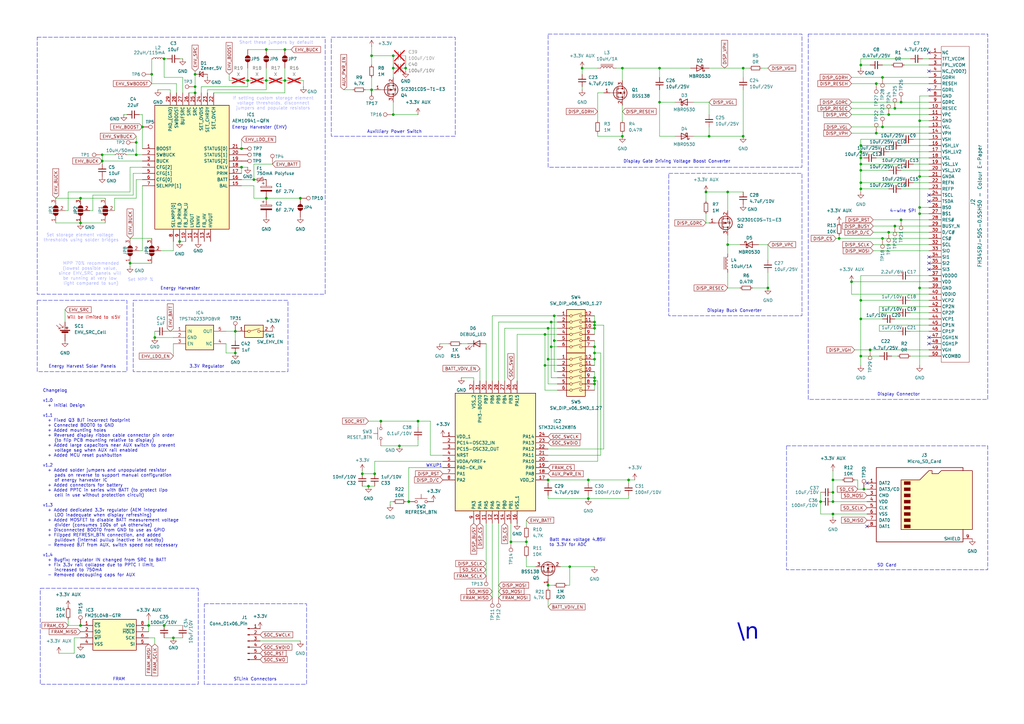
<source format=kicad_sch>
(kicad_sch (version 20231120) (generator "eeschema") (generator_version "8.0")
  (paper "A3")
  (title_block (title "Aeon") (date "2025-02-21") (rev "v1.4") (company "insert newline - nwln.cc/aeon"))
  (junction (at 361.95 97.79))
  (junction (at 55.88 63.5))
  (junction (at 80.01 30.48))
  (junction (at 241.3 204.47))
  (junction (at 223.52 149.86))
  (junction (at 353.06 59.69))
  (junction (at 123.19 81.28))
  (junction (at 255.27 55.88))
  (junction (at 109.22 81.28))
  (junction (at 298.45 100.33))
  (junction (at 364.49 46.99))
  (junction (at 99.06 68.58))
  (junction (at 359.41 34.29))
  (junction (at 353.06 130.81))
  (junction (at 161.29 22.86))
  (junction (at 227.33 129.54))
  (junction (at 161.29 27.94))
  (junction (at 55.88 58.42))
  (junction (at 224.79 134.62))
  (junction (at 243.84 132.08))
  (junction (at 33.02 81.28))
  (junction (at 349.25 115.57))
  (junction (at 353.06 67.31))
  (junction (at 63.5 138.43))
  (junction (at 353.06 26.67))
  (junction (at 353.06 69.85))
  (junction (at 33.02 256.54))
  (junction (at 224.79 240.03))
  (junction (at 62.23 30.48))
  (junction (at 171.45 172.72))
  (junction (at 161.29 46.99))
  (junction (at 353.06 74.93))
  (junction (at 73.66 99.06))
  (junction (at 53.34 107.95))
  (junction (at 58.42 52.07))
  (junction (at 163.83 182.88))
  (junction (at 304.8 27.94))
  (junction (at 289.56 78.74))
  (junction (at 152.4 22.86))
  (junction (at 99.06 60.96))
  (junction (at 166.37 27.94))
  (junction (at 238.76 27.94))
  (junction (at 243.84 134.62))
  (junction (at 361.95 52.07))
  (junction (at 369.57 41.91))
  (junction (at 226.06 142.24))
  (junction (at 354.33 200.66))
  (junction (at 227.33 139.7))
  (junction (at 67.31 256.54))
  (junction (at 60.96 256.54))
  (junction (at 116.84 33.02))
  (junction (at 304.8 55.88))
  (junction (at 215.9 222.25))
  (junction (at 243.84 142.24))
  (junction (at 209.55 222.25))
  (junction (at 377.19 85.09))
  (junction (at 353.06 62.23))
  (junction (at 233.68 232.41))
  (junction (at 41.91 63.5))
  (junction (at 223.52 137.16))
  (junction (at 101.6 33.02))
  (junction (at 243.84 133.35))
  (junction (at 153.67 194.31))
  (junction (at 353.06 77.47))
  (junction (at 243.84 157.48))
  (junction (at 226.06 132.08))
  (junction (at 224.79 147.32))
  (junction (at 356.87 143.51))
  (junction (at 243.84 154.94))
  (junction (at 353.06 123.19))
  (junction (at 270.51 27.94))
  (junction (at 152.4 36.83))
  (junction (at 148.59 194.31))
  (junction (at 341.63 210.82))
  (junction (at 377.19 49.53))
  (junction (at 96.52 135.89))
  (junction (at 377.19 118.11))
  (junction (at 377.19 87.63))
  (junction (at 151.13 199.39))
  (junction (at 353.06 64.77))
  (junction (at 341.63 201.93))
  (junction (at 270.51 41.91))
  (junction (at 314.96 118.11))
  (junction (at 377.19 72.39))
  (junction (at 361.95 31.75))
  (junction (at 224.79 196.85))
  (junction (at 109.22 33.02))
  (junction (at 369.57 90.17))
  (junction (at 80.01 38.1))
  (junction (at 336.55 205.74))
  (junction (at 109.22 20.32))
  (junction (at 167.64 205.74))
  (junction (at 241.3 196.85))
  (junction (at 116.84 20.32))
  (junction (at 67.31 24.13))
  (junction (at 255.27 27.94))
  (junction (at 359.41 54.61))
  (junction (at 243.84 144.78))
  (junction (at 156.21 172.72))
  (junction (at 367.03 44.45))
  (junction (at 104.14 73.66))
  (junction (at 364.49 95.25))
  (junction (at 290.83 55.88))
  (junction (at 341.63 205.74))
  (junction (at 298.45 78.74))
  (junction (at 243.84 156.21))
  (junction (at 71.12 261.62))
  (junction (at 80.01 35.56))
  (junction (at 243.84 147.32))
  (junction (at 257.81 196.85))
  (junction (at 367.03 92.71))
  (junction (at 341.63 196.85))
  (junction (at 41.91 66.04))
  (junction (at 96.52 144.78))
  (junction (at 353.06 146.05))
  (junction (at 33.02 91.44))
  (junction (at 344.17 97.79))
  (no_connect (at 381 138.43))
  (no_connect (at 381 82.55))
  (no_connect (at 381 21.59))
  (no_connect (at 355.6 198.12))
  (no_connect (at 381 36.83))
  (no_connect (at 355.6 215.9))
  (no_connect (at 381 110.49))
  (no_connect (at 381 29.21))
  (no_connect (at 381 140.97))
  (no_connect (at 381 107.95))
  (no_connect (at 381 80.01))
  (no_connect (at 381 105.41))
  (wire (pts (xy 298.45 118.11) (xy 298.45 111.76)))
  (wire (pts (xy 364.49 59.69) (xy 353.06 59.69)))
  (wire (pts (xy 354.33 200.66) (xy 355.6 200.66)))
  (wire (pts (xy 353.06 57.15) (xy 369.57 57.15)))
  (wire (pts (xy 67.31 261.62) (xy 71.12 261.62)))
  (wire (pts (xy 171.45 172.72) (xy 176.53 172.72)))
  (wire (pts (xy 365.76 146.05) (xy 368.3 146.05)))
  (wire (pts (xy 204.47 132.08) (xy 204.47 156.21)))
  (wire (pts (xy 364.49 62.23) (xy 381 62.23)))
  (wire (pts (xy 260.35 196.85) (xy 257.81 196.85)))
  (wire (pts (xy 33.02 91.44) (xy 43.18 91.44)))
  (wire (pts (xy 341.63 201.93) (xy 341.63 196.85)))
  (wire (pts (xy 100.33 33.02) (xy 101.6 33.02)))
  (wire (pts (xy 82.55 38.1) (xy 82.55 35.56)))
  (wire (pts (xy 349.25 31.75) (xy 361.95 31.75)))
  (wire (pts (xy 360.68 125.73) (xy 381 125.73)))
  (wire (pts (xy 353.06 146.05) (xy 360.68 146.05)))
  (wire (pts (xy 349.25 41.91) (xy 369.57 41.91)))
  (wire (pts (xy 377.19 49.53) (xy 377.19 39.37)))
  (wire (pts (xy 160.02 205.74) (xy 160.02 207.01)))
  (wire (pts (xy 353.06 26.67) (xy 356.87 26.67)))
  (wire (pts (xy 367.03 92.71) (xy 381 92.71)))
  (wire (pts (xy 289.56 91.44) (xy 289.56 87.63)))
  (wire (pts (xy 60.96 256.54) (xy 60.96 259.08)))
  (wire (pts (xy 60.96 256.54) (xy 67.31 256.54)))
  (wire (pts (xy 270.51 36.83) (xy 270.51 41.91)))
  (wire (pts (xy 336.55 205.74) (xy 336.55 210.82)))
  (wire (pts (xy 298.45 100.33) (xy 298.45 104.14)))
  (wire (pts (xy 238.76 36.83) (xy 238.76 35.56)))
  (wire (pts (xy 153.67 189.23) (xy 153.67 194.31)))
  (wire (pts (xy 304.8 27.94) (xy 304.8 31.75)))
  (wire (pts (xy 166.37 22.86) (xy 166.37 27.94)))
  (wire (pts (xy 199.39 140.97) (xy 199.39 156.21)))
  (wire (pts (xy 101.6 33.02) (xy 101.6 27.94)))
  (wire (pts (xy 53.34 78.74) (xy 27.94 78.74)))
  (wire (pts (xy 354.33 64.77) (xy 353.06 64.77)))
  (wire (pts (xy 369.57 59.69) (xy 381 59.69)))
  (wire (pts (xy 241.3 204.47) (xy 257.81 204.47)))
  (wire (pts (xy 62.23 34.29) (xy 72.39 34.29)))
  (wire (pts (xy 212.09 137.16) (xy 223.52 137.16)))
  (wire (pts (xy 304.8 36.83) (xy 304.8 55.88)))
  (wire (pts (xy 342.9 97.79) (xy 344.17 97.79)))
  (wire (pts (xy 243.84 139.7) (xy 243.84 142.24)))
  (wire (pts (xy 71.12 102.87) (xy 66.04 102.87)))
  (wire (pts (xy 367.03 130.81) (xy 381 130.81)))
  (wire (pts (xy 41.91 66.04) (xy 58.42 66.04)))
  (wire (pts (xy 99.06 71.12) (xy 99.06 68.58)))
  (wire (pts (xy 207.01 134.62) (xy 207.01 156.21)))
  (wire (pts (xy 228.6 137.16) (xy 223.52 137.16)))
  (wire (pts (xy 52.07 63.5) (xy 55.88 63.5)))
  (wire (pts (xy 246.38 144.78) (xy 243.84 144.78)))
  (wire (pts (xy 68.58 135.89) (xy 71.12 135.89)))
  (wire (pts (xy 199.39 214.63) (xy 199.39 236.22)))
  (wire (pts (xy 243.84 129.54) (xy 243.84 132.08)))
  (wire (pts (xy 303.53 118.11) (xy 298.45 118.11)))
  (wire (pts (xy 224.79 240.03) (xy 227.33 240.03)))
  (wire (pts (xy 80.01 35.56) (xy 80.01 38.1)))
  (wire (pts (xy 247.65 133.35) (xy 247.65 184.15)))
  (wire (pts (xy 224.79 184.15) (xy 247.65 184.15)))
  (wire (pts (xy 355.6 205.74) (xy 341.63 205.74)))
  (wire (pts (xy 349.25 54.61) (xy 359.41 54.61)))
  (wire (pts (xy 30.48 267.97) (xy 30.48 261.62)))
  (wire (pts (xy 353.06 74.93) (xy 369.57 74.93)))
  (wire (pts (xy 314.96 111.76) (xy 314.96 118.11)))
  (wire (pts (xy 276.86 55.88) (xy 270.51 55.88)))
  (wire (pts (xy 238.76 27.94) (xy 245.11 27.94)))
  (wire (pts (xy 85.09 36.83) (xy 109.22 36.83)))
  (wire (pts (xy 364.49 46.99) (xy 381 46.99)))
  (wire (pts (xy 99.06 57.15) (xy 99.06 60.96)))
  (wire (pts (xy 290.83 27.94) (xy 304.8 27.94)))
  (wire (pts (xy 152.4 31.75) (xy 152.4 36.83)))
  (wire (pts (xy 60.96 254) (xy 60.96 256.54)))
  (wire (pts (xy 171.45 182.88) (xy 171.45 180.34)))
  (wire (pts (xy 204.47 132.08) (xy 226.06 132.08)))
  (wire (pts (xy 53.34 107.95) (xy 62.23 107.95)))
  (wire (pts (xy 364.49 95.25) (xy 381 95.25)))
  (wire (pts (xy 351.79 200.66) (xy 354.33 200.66)))
  (wire (pts (xy 290.83 52.07) (xy 290.83 55.88)))
  (wire (pts (xy 161.29 22.86) (xy 161.29 27.94)))
  (wire (pts (xy 360.68 128.27) (xy 360.68 125.73)))
  (wire (pts (xy 224.79 157.48) (xy 228.6 157.48)))
  (wire (pts (xy 224.79 246.38) (xy 224.79 248.92)))
  (wire (pts (xy 226.06 154.94) (xy 228.6 154.94)))
  (wire (pts (xy 373.38 128.27) (xy 381 128.27)))
  (wire (pts (xy 227.33 152.4) (xy 228.6 152.4)))
  (wire (pts (xy 241.3 204.47) (xy 241.3 203.2)))
  (wire (pts (xy 201.93 129.54) (xy 201.93 156.21)))
  (wire (pts (xy 224.79 134.62) (xy 224.79 147.32)))
  (wire (pts (xy 109.22 36.83) (xy 109.22 33.02)))
  (wire (pts (xy 368.3 135.89) (xy 360.68 135.89)))
  (wire (pts (xy 166.37 205.74) (xy 167.64 205.74)))
  (wire (pts (xy 27.94 78.74) (xy 27.94 86.36)))
  (wire (pts (xy 55.88 81.28) (xy 55.88 73.66)))
  (wire (pts (xy 93.98 33.02) (xy 93.98 30.48)))
  (wire (pts (xy 353.06 78.74) (xy 353.06 77.47)))
  (wire (pts (xy 73.66 24.13) (xy 74.93 24.13)))
  (wire (pts (xy 63.5 261.62) (xy 60.96 261.62)))
  (wire (pts (xy 233.68 240.03) (xy 233.68 232.41)))
  (wire (pts (xy 99.06 73.66) (xy 104.14 73.66)))
  (wire (pts (xy 104.14 81.28) (xy 109.22 81.28)))
  (wire (pts (xy 356.87 143.51) (xy 381 143.51)))
  (wire (pts (xy 344.17 96.52) (xy 344.17 97.79)))
  (wire (pts (xy 224.79 189.23) (xy 245.11 189.23)))
  (wire (pts (xy 104.14 81.28) (xy 104.14 76.2)))
  (wire (pts (xy 92.71 144.78) (xy 96.52 144.78)))
  (wire (pts (xy 341.63 196.85) (xy 345.44 196.85)))
  (wire (pts (xy 101.6 20.32) (xy 109.22 20.32)))
  (wire (pts (xy 255.27 27.94) (xy 255.27 33.02)))
  (wire (pts (xy 153.67 194.31) (xy 148.59 194.31)))
  (wire (pts (xy 92.71 135.89) (xy 96.52 135.89)))
  (wire (pts (xy 370.84 26.67) (xy 381 26.67)))
  (wire (pts (xy 377.19 87.63) (xy 381 87.63)))
  (wire (pts (xy 298.45 78.74) (xy 304.8 78.74)))
  (wire (pts (xy 54.61 80.01) (xy 38.1 80.01)))
  (wire (pts (xy 176.53 186.69) (xy 181.61 186.69)))
  (wire (pts (xy 85.09 30.48) (xy 85.09 31.75)))
  (wire (pts (xy 377.19 85.09) (xy 381 85.09)))
  (wire (pts (xy 252.73 27.94) (xy 255.27 27.94)))
  (wire (pts (xy 58.42 46.99) (xy 58.42 52.07)))
  (wire (pts (xy 289.56 78.74) (xy 289.56 82.55)))
  (wire (pts (xy 341.63 205.74) (xy 341.63 201.93)))
  (wire (pts (xy 57.15 46.99) (xy 58.42 46.99)))
  (wire (pts (xy 151.13 199.39) (xy 153.67 199.39)))
  (wire (pts (xy 226.06 142.24) (xy 226.06 154.94)))
  (wire (pts (xy 344.17 97.79) (xy 361.95 97.79)))
  (wire (pts (xy 67.31 31.75) (xy 74.93 31.75)))
  (wire (pts (xy 358.14 90.17) (xy 369.57 90.17)))
  (wire (pts (xy 151.13 172.72) (xy 156.21 172.72)))
  (wire (pts (xy 350.52 143.51) (xy 356.87 143.51)))
  (wire (pts (xy 255.27 54.61) (xy 255.27 55.88)))
  (wire (pts (xy 152.4 22.86) (xy 152.4 26.67)))
  (wire (pts (xy 62.23 30.48) (xy 62.23 24.13)))
  (wire (pts (xy 54.61 80.01) (xy 54.61 71.12)))
  (wire (pts (xy 228.6 132.08) (xy 226.06 132.08)))
  (wire (pts (xy 360.68 135.89) (xy 360.68 133.35)))
  (wire (pts (xy 284.48 41.91) (xy 290.83 41.91)))
  (wire (pts (xy 209.55 214.63) (xy 209.55 222.25)))
  (wire (pts (xy 109.22 33.02) (xy 109.22 27.94)))
  (wire (pts (xy 201.93 214.63) (xy 201.93 245.11)))
  (wire (pts (xy 215.9 228.6) (xy 215.9 232.41)))
  (wire (pts (xy 223.52 149.86) (xy 223.52 160.02)))
  (wire (pts (xy 353.06 123.19) (xy 353.06 130.81)))
  (wire (pts (xy 314.96 100.33) (xy 314.96 106.68)))
  (wire (pts (xy 353.06 130.81) (xy 353.06 146.05)))
  (wire (pts (xy 243.84 152.4) (xy 243.84 154.94)))
  (wire (pts (xy 350.52 196.85) (xy 351.79 196.85)))
  (wire (pts (xy 223.52 160.02) (xy 228.6 160.02)))
  (wire (pts (xy 38.1 80.01) (xy 38.1 86.36)))
  (wire (pts (xy 246.38 144.78) (xy 246.38 186.69)))
  (wire (pts (xy 22.86 91.44) (xy 33.02 91.44)))
  (wire (pts (xy 353.06 67.31) (xy 353.06 69.85)))
  (wire (pts (xy 53.34 107.95) (xy 53.34 109.22)))
  (wire (pts (xy 349.25 120.65) (xy 349.25 115.57)))
  (wire (pts (xy 243.84 144.78) (xy 243.84 147.32)))
  (wire (pts (xy 361.95 31.75) (xy 381 31.75)))
  (wire (pts (xy 369.57 41.91) (xy 381 41.91)))
  (wire (pts (xy 53.34 68.58) (xy 53.34 78.74)))
  (wire (pts (xy 257.81 196.85) (xy 257.81 198.12)))
  (wire (pts (xy 255.27 43.18) (xy 255.27 49.53)))
  (wire (pts (xy 123.19 33.02) (xy 124.46 33.02)))
  (wire (pts (xy 104.14 67.31) (xy 111.76 67.31)))
  (wire (pts (xy 160.02 205.74) (xy 161.29 205.74)))
  (wire (pts (xy 107.95 33.02) (xy 109.22 33.02)))
  (wire (pts (xy 361.95 52.07) (xy 381 52.07)))
  (wire (pts (xy 63.5 138.43) (xy 71.12 138.43)))
  (wire (pts (xy 224.79 198.12) (xy 224.79 196.85)))
  (wire (pts (xy 156.21 182.88) (xy 163.83 182.88)))
  (wire (pts (xy 243.84 157.48) (xy 243.84 160.02)))
  (wire (pts (xy 215.9 220.98) (xy 215.9 222.25)))
  (wire (pts (xy 245.11 156.21) (xy 243.84 156.21)))
  (wire (pts (xy 223.52 137.16) (xy 223.52 149.86)))
  (wire (pts (xy 167.64 191.77) (xy 181.61 191.77)))
  (wire (pts (xy 27.94 86.36) (xy 26.67 86.36)))
  (wire (pts (xy 349.25 34.29) (xy 359.41 34.29)))
  (wire (pts (xy 369.57 77.47) (xy 381 77.47)))
  (wire (pts (xy 219.71 232.41) (xy 215.9 232.41)))
  (wire (pts (xy 373.38 135.89) (xy 381 135.89)))
  (wire (pts (xy 289.56 78.74) (xy 298.45 78.74)))
  (wire (pts (xy 224.79 204.47) (xy 241.3 204.47)))
  (wire (pts (xy 373.38 24.13) (xy 353.06 24.13)))
  (wire (pts (xy 377.19 72.39) (xy 381 72.39)))
  (wire (pts (xy 245.11 55.88) (xy 255.27 55.88)))
  (wire (pts (xy 228.6 134.62) (xy 224.79 134.62)))
  (wire (pts (xy 290.83 41.91) (xy 290.83 46.99)))
  (wire (pts (xy 227.33 139.7) (xy 228.6 139.7)))
  (wire (pts (xy 377.19 87.63) (xy 377.19 118.11)))
  (wire (pts (xy 247.65 38.1) (xy 245.11 38.1)))
  (wire (pts (xy 377.19 118.11) (xy 381 118.11)))
  (wire (pts (xy 245.11 54.61) (xy 245.11 55.88)))
  (wire (pts (xy 353.06 59.69) (xy 353.06 62.23)))
  (wire (pts (xy 377.19 149.86) (xy 377.19 118.11)))
  (wire (pts (xy 30.48 261.62) (xy 33.02 261.62)))
  (wire (pts (xy 209.55 222.25) (xy 215.9 222.25)))
  (wire (pts (xy 349.25 44.45) (xy 367.03 44.45)))
  (wire (pts (xy 358.14 102.87) (xy 381 102.87)))
  (wire (pts (xy 233.68 232.41) (xy 243.84 232.41)))
  (wire (pts (xy 87.63 38.1) (xy 116.84 38.1)))
  (wire (pts (xy 353.06 77.47) (xy 353.06 74.93)))
  (wire (pts (xy 255.27 27.94) (xy 270.51 27.94)))
  (wire (pts (xy 22.86 81.28) (xy 33.02 81.28)))
  (wire (pts (xy 67.31 24.13) (xy 68.58 24.13)))
  (wire (pts (xy 116.84 33.02) (xy 118.11 33.02)))
  (wire (pts (xy 314.96 118.11) (xy 308.61 118.11)))
  (wire (pts (xy 369.57 90.17) (xy 381 90.17)))
  (wire (pts (xy 374.65 57.15) (xy 381 57.15)))
  (wire (pts (xy 358.14 95.25) (xy 364.49 95.25)))
  (wire (pts (xy 204.47 214.63) (xy 204.47 245.11)))
  (wire (pts (xy 215.9 213.36) (xy 215.9 215.9)))
  (wire (pts (xy 53.34 97.79) (xy 62.23 97.79)))
  (wire (pts (xy 245.11 156.21) (xy 245.11 189.23)))
  (wire (pts (xy 71.12 261.62) (xy 74.93 261.62)))
  (wire (pts (xy 353.06 24.13) (xy 353.06 26.67)))
  (wire (pts (xy 378.46 24.13) (xy 381 24.13)))
  (wire (pts (xy 233.68 240.03) (xy 232.41 240.03)))
  (wire (pts (xy 212.09 156.21) (xy 212.09 137.16)))
  (wire (pts (xy 69.85 36.83) (xy 69.85 38.1)))
  (wire (pts (xy 109.22 20.32) (xy 116.84 20.32)))
  (wire (pts (xy 257.81 196.85) (xy 241.3 196.85)))
  (wire (pts (xy 149.86 36.83) (xy 152.4 36.83)))
  (wire (pts (xy 152.4 19.05) (xy 152.4 22.86)))
  (wire (pts (xy 166.37 29.21) (xy 166.37 27.94)))
  (wire (pts (xy 109.22 33.02) (xy 110.49 33.02)))
  (wire (pts (xy 58.42 68.58) (xy 53.34 68.58)))
  (wire (pts (xy 194.31 154.94) (xy 194.31 156.21)))
  (wire (pts (xy 33.02 81.28) (xy 43.18 81.28)))
  (wire (pts (xy 215.9 223.52) (xy 215.9 222.25)))
  (wire (pts (xy 64.77 36.83) (xy 69.85 36.83)))
  (wire (pts (xy 226.06 132.08) (xy 226.06 142.24)))
  (wire (pts (xy 26.67 127) (xy 26.67 132.08)))
  (wire (pts (xy 223.52 149.86) (xy 228.6 149.86)))
  (wire (pts (xy 77.47 38.1) (xy 80.01 38.1)))
  (wire (pts (xy 247.65 133.35) (xy 243.84 133.35)))
  (wire (pts (xy 377.19 39.37) (xy 381 39.37)))
  (wire (pts (xy 73.66 99.06) (xy 76.2 99.06)))
  (wire (pts (xy 353.06 74.93) (xy 353.06 69.85)))
  (wire (pts (xy 224.79 204.47) (xy 224.79 203.2)))
  (wire (pts (xy 368.3 128.27) (xy 360.68 128.27)))
  (wire (pts (xy 336.55 201.93) (xy 336.55 205.74)))
  (wire (pts (xy 82.55 35.56) (xy 101.6 35.56)))
  (wire (pts (xy 243.84 134.62) (xy 243.84 137.16)))
  (wire (pts (xy 167.64 191.77) (xy 167.64 205.74)))
  (wire (pts (xy 359.41 64.77) (xy 381 64.77)))
  (wire (pts (xy 41.91 67.31) (xy 41.91 66.04)))
  (wire (pts (xy 189.23 154.94) (xy 194.31 154.94)))
  (wire (pts (xy 373.38 146.05) (xy 381 146.05)))
  (wire (pts (xy 368.3 113.03) (xy 353.06 113.03)))
  (wire (pts (xy 353.06 123.19) (xy 368.3 123.19)))
  (wire (pts (xy 191.77 140.97) (xy 189.23 140.97)))
  (wire (pts (xy 85.09 38.1) (xy 85.09 36.83)))
  (wire (pts (xy 67.31 256.54) (xy 74.93 256.54)))
  (wire (pts (xy 116.84 38.1) (xy 116.84 33.02)))
  (wire (pts (xy 41.91 63.5) (xy 46.99 63.5)))
  (wire (pts (xy 161.29 41.91) (xy 161.29 46.99)))
  (wire (pts (xy 180.34 140.97) (xy 184.15 140.97)))
  (wire (pts (xy 27.94 256.54) (xy 33.02 256.54)))
  (wire (pts (xy 95.25 33.02) (xy 93.98 33.02)))
  (wire (pts (xy 353.06 130.81) (xy 361.95 130.81)))
  (wire (pts (xy 55.88 81.28) (xy 46.99 81.28)))
  (wire (pts (xy 58.42 102.87) (xy 57.15 102.87)))
  (wire (pts (xy 298.45 100.33) (xy 303.53 100.33)))
  (wire (pts (xy 74.93 31.75) (xy 74.93 38.1)))
  (wire (pts (xy 55.88 63.5) (xy 58.42 63.5)))
  (wire (pts (xy 176.53 172.72) (xy 176.53 186.69)))
  (wire (pts (xy 359.41 34.29) (xy 381 34.29)))
  (wire (pts (xy 38.1 86.36) (xy 36.83 86.36)))
  (wire (pts (xy 171.45 172.72) (xy 171.45 175.26)))
  (wire (pts (xy 241.3 196.85) (xy 241.3 198.12)))
  (wire (pts (xy 373.38 123.19) (xy 381 123.19)))
  (wire (pts (xy 46.99 81.28) (xy 46.99 86.36)))
  (wire (pts (xy 224.79 147.32) (xy 228.6 147.32)))
  (wire (pts (xy 341.63 196.85) (xy 341.63 193.04)))
  (wire (pts (xy 367.03 44.45) (xy 381 44.45)))
  (wire (pts (xy 104.14 73.66) (xy 104.14 67.31)))
  (wire (pts (xy 374.65 74.93) (xy 381 74.93)))
  (wire (pts (xy 353.06 113.03) (xy 353.06 123.19)))
  (wire (pts (xy 224.79 147.32) (xy 224.79 157.48)))
  (wire (pts (xy 283.21 27.94) (xy 270.51 27.94)))
  (wire (pts (xy 50.8 46.99) (xy 52.07 46.99)))
  (wire (pts (xy 115.57 33.02) (xy 116.84 33.02)))
  (wire (pts (xy 96.52 135.89) (xy 96.52 139.7)))
  (wire (pts (xy 62.23 34.29) (xy 62.23 30.48)))
  (wire (pts (xy 54.61 71.12) (xy 58.42 71.12)))
  (wire (pts (xy 92.71 140.97) (xy 92.71 144.78)))
  (wire (pts (xy 101.6 35.56) (xy 101.6 33.02)))
  (wire (pts (xy 99.06 68.58) (xy 101.6 68.58)))
  (wire (pts (xy 243.84 147.32) (xy 243.84 149.86)))
  (wire (pts (xy 361.95 97.79) (xy 381 97.79)))
  (wire (pts (xy 336.55 210.82) (xy 341.63 210.82)))
  (wire (pts (xy 243.84 142.24) (xy 243.84 144.78)))
  (wire (pts (xy 290.83 91.44) (xy 289.56 91.44)))
  (wire (pts (xy 374.65 67.31) (xy 381 67.31)))
  (wire (pts (xy 341.63 212.09) (xy 341.63 210.82)))
  (wire (pts (xy 245.11 38.1) (xy 245.11 49.53)))
  (wire (pts (xy 116.84 20.32) (xy 119.38 20.32)))
  (wire (pts (xy 312.42 27.94) (xy 314.96 27.94)))
  (wire (pts (xy 241.3 196.85) (xy 224.79 196.85)))
  (wire (pts (xy 71.12 140.97) (xy 71.12 146.05)))
  (wire (pts (xy 123.19 81.28) (xy 109.22 81.28)))
  (wire (pts (xy 71.12 99.06) (xy 71.12 102.87)))
  (wire (pts (xy 156.21 172.72) (xy 171.45 172.72)))
  (wire (pts (xy 290.83 55.88) (xy 284.48 55.88)))
  (wire (pts (xy 163.83 182.88) (xy 171.45 182.88)))
  (wire (pts (xy 304.8 27.94) (xy 307.34 27.94)))
  (wire (pts (xy 358.14 92.71) (xy 367.03 92.71)))
  (wire (pts (xy 341.63 210.82) (xy 355.6 210.82)))
  (wire (pts (xy 351.79 196.85) (xy 351.79 200.66)))
  (wire (pts (xy 58.42 76.2) (xy 58.42 102.87)))
  (wire (pts (xy 298.45 86.36) (xy 298.45 78.74)))
  (wire (pts (xy 353.06 77.47) (xy 364.49 77.47)))
  (wire (pts (xy 55.88 58.42) (xy 55.88 63.5)))
  (wire (pts (xy 358.14 100.33) (xy 381 100.33)))
  (wire (pts (xy 377.19 49.53) (xy 381 49.53)))
  (wire (pts (xy 243.84 132.08) (xy 243.84 133.35)))
  (wire (pts (xy 361.95 26.67) (xy 365.76 26.67)))
  (wire (pts (xy 353.06 146.05) (xy 353.06 149.86)))
  (wire (pts (xy 298.45 96.52) (xy 298.45 100.33)))
  (wire (pts (xy 140.97 36.83) (xy 144.78 36.83)))
  (wire (pts (xy 104.14 76.2) (xy 99.06 76.2)))
  (wire (pts (xy 201.93 129.54) (xy 227.33 129.54)))
  (wire (pts (xy 224.79 186.69) (xy 246.38 186.69)))
  (wire (pts (xy 228.6 129.54) (xy 227.33 129.54)))
  (wire (pts (xy 353.06 57.15) (xy 353.06 59.69)))
  (wire (pts (xy 290.83 55.88) (xy 304.8 55.88)))
  (wire (pts (xy 124.46 33.02) (xy 124.46 35.56)))
  (wire (pts (xy 353.06 64.77) (xy 353.06 67.31)))
  (wire (pts (xy 381 120.65) (xy 349.25 120.65)))
  (wire (pts (xy 377.19 85.09) (xy 377.19 87.63)))
  (wire (pts (xy 55.88 55.88) (xy 55.88 58.42)))
  (wire (pts (xy 152.4 36.83) (xy 153.67 36.83)))
  (wire (pts (xy 360.68 133.35) (xy 381 133.35)))
  (wire (pts (xy 67.31 24.13) (xy 67.31 31.75)))
  (wire (pts (xy 63.5 264.16) (xy 63.5 261.62)))
  (wire (pts (xy 369.57 69.85) (xy 381 69.85)))
  (wire (pts (xy 148.59 193.04) (xy 148.59 194.31)))
  (wire (pts (xy 226.06 142.24) (xy 228.6 142.24)))
  (wire (pts (xy 270.51 41.91) (xy 270.51 55.88)))
  (wire (pts (xy 55.88 73.66) (xy 58.42 73.66)))
  (wire (pts (xy 353.06 69.85) (xy 364.49 69.85)))
  (wire (pts (xy 153.67 189.23) (xy 181.61 189.23)))
  (wire (pts (xy 63.5 138.43) (xy 63.5 135.89)))
  (wire (pts (xy 381 115.57) (xy 349.25 115.57)))
  (wire (pts (xy 196.85 151.13) (xy 196.85 156.21)))
  (wire (pts (xy 369.57 67.31) (xy 353.06 67.31)))
  (wire (pts (xy 41.91 63.5) (xy 41.91 66.04)))
  (wire (pts (xy 152.4 22.86) (xy 161.29 22.86)))
  (wire (pts (xy 243.84 156.21) (xy 243.84 157.48)))
  (wire (pts (xy 359.41 62.23) (xy 353.06 62.23)))
  (wire (pts (xy 161.29 46.99) (xy 171.45 46.99)))
  (wire (pts (xy 227.33 139.7) (xy 227.33 152.4)))
  (wire (pts (xy 270.51 31.75) (xy 270.51 27.94)))
  (wire (pts (xy 359.41 54.61) (xy 381 54.61)))
  (wire (pts (xy 106.68 262.89) (xy 123.19 262.89)))
  (wire (pts (xy 227.33 129.54) (xy 227.33 139.7)))
  (wire (pts (xy 373.38 113.03) (xy 381 113.03)))
  (wire (pts (xy 229.87 232.41) (xy 233.68 232.41)))
  (wire (pts (xy 270.51 41.91) (xy 276.86 41.91)))
  (wire (pts (xy 80.01 30.48) (xy 80.01 35.56)))
  (wire (pts (xy 116.84 33.02) (xy 116.84 27.94)))
  (wire (pts (xy 58.42 52.07) (xy 58.42 60.96)))
  (wire (pts (xy 243.84 154.94) (xy 243.84 156.21)))
  (wire (pts (xy 24.13 267.97) (xy 30.48 267.97)))
  (wire (pts (xy 207.01 134.62) (xy 224.79 134.62)))
  (wire (pts (xy 349.25 52.07) (xy 361.95 52.07)))
  (wire (pts (xy 311.15 100.33) (xy 314.96 100.33)))
  (wire (pts (xy 349.25 46.99) (xy 364.49 46.99)))
  (wire (pts (xy 27.94 254) (xy 27.94 256.54)))
  (wire (pts (xy 353.06 62.23) (xy 353.06 64.77)))
  (wire (pts (xy 101.6 33.02) (xy 102.87 33.02)))
  (wire (pts (xy 238.76 30.48) (xy 238.76 27.94)))
  (wire (pts (xy 148.59 199.39) (xy 151.13 199.39)))
  (wire (pts (xy 353.06 27.94) (xy 353.06 26.67)))
  (wire (pts (xy 243.84 133.35) (xy 243.84 134.62)))
  (wire (pts (xy 80.01 29.21) (xy 80.01 30.48)))
  (wire (pts (xy 72.39 34.29) (xy 72.39 38.1)))
  (wire (pts (xy 224.79 241.3) (xy 224.79 240.03)))
  (wire (pts (xy 257.81 204.47) (xy 257.81 203.2)))
  (wire (pts (xy 161.29 27.94) (xy 161.29 31.75)))
  (wire (pts (xy 377.19 72.39) (xy 377.19 85.09)))
  (wire (pts (xy 377.19 49.53) (xy 377.19 72.39)))
  (rectangle (start 54.61 123.19) (end 118.11 152.4) (stroke (width 0) (type dash)))
  (rectangle (start 16.51 241.3) (end 81.28 280.67) (stroke (width 0) (type dash)))
  (rectangle (start 15.24 15.24) (end 133.35 120.65) (stroke (width 0) (type dash)))
  (rectangle (start 224.79 13.97) (end 328.93 68.58) (stroke (width 0) (type dash)))
  (rectangle (start 83.82 247.65) (end 125.73 280.67) (stroke (width 0) (type dash)))
  (rectangle (start 322.58 182.88) (end 405.13 233.68) (stroke (width 0) (type dash)))
  (rectangle (start 135.89 15.24) (end 186.69 55.88) (stroke (width 0) (type dash)))
  (rectangle (start 331.47 13.97) (end 405.13 163.83) (stroke (width 0) (type dash)))
  (rectangle (start 274.32 71.12) (end 328.93 129.54) (stroke (width 0) (type dash)))
  (rectangle (start 15.24 123.19) (end 52.07 152.4) (stroke (width 0) (type dash)))
  (text "Will be limited to ≤5V" (at 27.432 130.302 0) (effects (font (size 1.27 1.27)) (justify left)))
  (text "FRAM" (at 48.768 278.638 0) (effects (font (size 1.27 1.27))))
  (text "4-wire SPI\n" (at 370.332 86.614 0) (effects (font (size 1.27 1.27))))
  (text "If setting custom storage element\nvoltage thresholds, disconnect\njumpers and populate resistors\n\n" (at 112.014 43.434 0) (effects (font (size 1.27 1.27))))
  (text "Display Connector" (at 368.554 161.798 0) (effects (font (size 1.27 1.27))))
  (text "SD Card" (at 363.728 231.902 0) (effects (font (size 1.27 1.27))))
  (text "Energy Harvester" (at 73.914 118.364 0) (effects (font (size 1.27 1.27))))
  (text "STLink Connectors" (at 104.648 278.638 0) (effects (font (size 1.27 1.27))))
  (text "Energy Harvest Solar Panels" (at 33.782 150.368 0) (effects (font (size 1.27 1.27))))
  (text "Short these jumpers by default" (at 113.284 17.526 0) (effects (font (size 1.27 1.27))))
  (text "MPP 70% recommended\n(lowest possible value, \nsince EHV_SRC panels will \nbe running at very low \nlight compared to sun)" (at 37.338 112.268 0) (effects (font (size 1.27 1.27))))
  (text "3.3V Regulator" (at 84.836 150.368 0) (effects (font (size 1.27 1.27))))
  (text "Set MPP %" (at 57.658 114.808 0) (effects (font (size 1.27 1.27))))
  (text "WKUP1" (at 178.054 191.008 0) (effects (font (size 1.27 1.27))))
  (text "Auxilliary Power Switch" (at 161.798 54.102 0) (effects (font (size 1.27 1.27))))
  (text "Set storage element voltage \nthresholds using solder bridges\n" (at 33.274 97.536 0) (effects (font (size 1.27 1.27))))
  (text "Display Buck Converter" (at 301.244 127.508 0) (effects (font (size 1.27 1.27))))
  (text "\\n" (at 306.832 261.112 0) (effects (font (size 6.5024 6.5024))))
  (text "Display Gate Driving Voltage Boost Converter" (at 277.622 66.294 0) (effects (font (size 1.27 1.27))))
  (text "Batt max voltage 4.85V \nto 3.3V for ADC" (at 225.298 222.504 0) (effects (font (size 1.27 1.27)) (justify left)))
  (text "Energy Harvester (EHV)" (at 106.426 52.324 0) (effects (font (size 1.27 1.27))))
  (text "Changelog\n\nv1.0\n  + Initial Design\n\nv1.1\n  + Fixed Q3 BJT incorrect footprint\n  + Connected BOOT0 to GND\n  + Added mounting holes\n  + Reversed display ribbon cable connector pin order\n	(to flip PCB mounting relative to display)\n  + Added large capacitors near AUX switch to prevent\n	voltage sag when AUX rail enabled\n  + Added MCU reset pushbutton\n\nv1.2\n  + Added solder jumpers and unpopulated resistor \n	pads on reverse to support manual configuration \n	of energy harvester IC\n  + Added connectors for battery\n  + Added PPTC in series with BATT (to protect lipo \n	cell in use without protection circuit)\n \nv1.3\n  + Added dedicated 3.3v regulator (AEM integrated \n	LDO inadequate when display refreshing)\n  + Added MOSFET to disable BATT measurement voltage\n	divider (consumes 100s of uA otherwise)\n  + Disconnected BOOT0 from GND to use as GPIO\n  + Flipped REFRESH_BTN connection, and added\n	pulldown (internal pullup inactive in standby)\n  - Removed BJT from AUX, switch speed not necessary\n\nv1.4\n  + Bugfix: regulator IN changed from SRC to BATT\n  + Fix 3.3v rail collapse due to PPTC I limit,\n	increased to 750mA\n  - Removed decoupling caps for AUX" (at 17.526 198.12 0) (effects (font (size 1.27 1.27)) (justify left)))
  (global_label "FRAM_MOSI" (shape input) (at 60.96 264.16 270) (property "Intersheetrefs" "${INTERSHEET_REFS}" (effects (hide yes))))
  (global_label "BATT_VDIV_EN" (shape input) (at 196.85 151.13 180) (property "Intersheetrefs" "${INTERSHEET_REFS}" (effects (hide yes))))
  (global_label "DISP_GDRH" (shape input) (at 245.11 45.72 180) (property "Intersheetrefs" "${INTERSHEET_REFS}" (effects (hide yes))))
  (global_label "EHV_BUCK" (shape input) (at 22.86 81.28 90) (property "Intersheetrefs" "${INTERSHEET_REFS}" (effects (hide yes))))
  (global_label "EHV_LDO_EN" (shape input) (at 71.12 146.05 180) (property "Intersheetrefs" "${INTERSHEET_REFS}" (effects (hide yes))))
  (global_label "FRAM_CS" (shape input) (at 27.94 256.54 180) (property "Intersheetrefs" "${INTERSHEET_REFS}" (effects (hide yes))))
  (global_label "SD_MOSI" (shape input) (at 355.6 203.2 180) (property "Intersheetrefs" "${INTERSHEET_REFS}" (effects (hide yes))))
  (global_label "FRAM_MOSI" (shape input) (at 204.47 245.11 0) (property "Intersheetrefs" "${INTERSHEET_REFS}" (effects (hide yes))))
  (global_label "DISP_BUSY" (shape input) (at 194.31 214.63 270) (property "Intersheetrefs" "${INTERSHEET_REFS}" (effects (hide yes))))
  (global_label "DISP_MOSI" (shape input) (at 358.14 102.87 180) (property "Intersheetrefs" "${INTERSHEET_REFS}" (effects (hide yes))))
  (global_label "DISP_D/C" (shape input) (at 181.61 196.85 180) (property "Intersheetrefs" "${INTERSHEET_REFS}" (effects (hide yes))))
  (global_label "FRAM_SCLK" (shape input) (at 199.39 236.22 180) (property "Intersheetrefs" "${INTERSHEET_REFS}" (effects (hide yes))))
  (global_label "DISP_VGH" (shape input) (at 314.96 27.94 0) (property "Intersheetrefs" "${INTERSHEET_REFS}" (effects (hide yes))))
  (global_label "AUX_PWR_EN" (shape input) (at 140.97 36.83 90) (property "Intersheetrefs" "${INTERSHEET_REFS}" (effects (hide yes))))
  (global_label "DISP_RESEC" (shape input) (at 298.45 118.11 180) (property "Intersheetrefs" "${INTERSHEET_REFS}" (effects (hide yes))))
  (global_label "SOC_SWDIO" (shape input) (at 106.68 265.43 0) (property "Intersheetrefs" "${INTERSHEET_REFS}" (effects (hide yes))))
  (global_label "DISP_RST" (shape input) (at 181.61 194.31 180) (property "Intersheetrefs" "${INTERSHEET_REFS}" (effects (hide yes))))
  (global_label "EHV_BATT" (shape input) (at 69.85 135.89 90) (property "Intersheetrefs" "${INTERSHEET_REFS}" (effects (hide yes))))
  (global_label "DISP_VGL" (shape input) (at 349.25 52.07 180) (property "Intersheetrefs" "${INTERSHEET_REFS}" (effects (hide yes))))
  (global_label "DISP_MOSI" (shape input) (at 204.47 240.03 0) (property "Intersheetrefs" "${INTERSHEET_REFS}" (effects (hide yes))))
  (global_label "EHV_BUCK" (shape input) (at 41.91 66.04 180) (property "Intersheetrefs" "${INTERSHEET_REFS}" (effects (hide yes))))
  (global_label "SD_SCLK" (shape input) (at 355.6 208.28 180) (property "Intersheetrefs" "${INTERSHEET_REFS}" (effects (hide yes))))
  (global_label "EHV_BATT" (shape input) (at 111.76 67.31 0) (property "Intersheetrefs" "${INTERSHEET_REFS}" (effects (hide yes))))
  (global_label "DISP_VPC" (shape input) (at 349.25 46.99 180) (property "Intersheetrefs" "${INTERSHEET_REFS}" (effects (hide yes))))
  (global_label "SOC_SWO" (shape input) (at 106.68 270.51 0) (property "Intersheetrefs" "${INTERSHEET_REFS}" (effects (hide yes))))
  (global_label "EHV_SRC" (shape input) (at 26.67 127 0) (property "Intersheetrefs" "${INTERSHEET_REFS}" (effects (hide yes))))
  (global_label "DISP_RESEH" (shape input) (at 255.27 45.72 0) (property "Intersheetrefs" "${INTERSHEET_REFS}" (effects (hide yes))))
  (global_label "SOC_SWDIO" (shape input) (at 224.79 181.61 0) (property "Intersheetrefs" "${INTERSHEET_REFS}" (effects (hide yes))))
  (global_label "SD_SCLK" (shape input) (at 199.39 233.68 180) (property "Intersheetrefs" "${INTERSHEET_REFS}" (effects (hide yes))))
  (global_label "EHV_SWBOOST" (shape input) (at 62.23 34.29 180) (property "Intersheetrefs" "${INTERSHEET_REFS}" (effects (hide yes))))
  (global_label "DISP_RST" (shape input) (at 358.14 90.17 180) (property "Intersheetrefs" "${INTERSHEET_REFS}" (effects (hide yes))))
  (global_label "DISP_SCLK" (shape input) (at 358.14 100.33 180) (property "Intersheetrefs" "${INTERSHEET_REFS}" (effects (hide yes))))
  (global_label "EHV_BATT" (shape input) (at 215.9 213.36 0) (property "Intersheetrefs" "${INTERSHEET_REFS}" (effects (hide yes))))
  (global_label "DISP_GDRH" (shape input) (at 349.25 31.75 180) (property "Intersheetrefs" "${INTERSHEET_REFS}" (effects (hide yes))))
  (global_label "EHV_SWBUCK" (shape input) (at 55.88 55.88 180) (property "Intersheetrefs" "${INTERSHEET_REFS}" (effects (hide yes))))
  (global_label "EHV_BOOST" (shape input) (at 93.98 30.48 90) (property "Intersheetrefs" "${INTERSHEET_REFS}" (effects (hide yes))))
  (global_label "SOC_SWCLK" (shape input) (at 106.68 260.35 0) (property "Intersheetrefs" "${INTERSHEET_REFS}" (effects (hide yes))))
  (global_label "DISP_VPH" (shape input) (at 297.18 27.94 90) (property "Intersheetrefs" "${INTERSHEET_REFS}" (effects (hide yes))))
  (global_label "EHV_BUCK" (shape input) (at 119.38 20.32 0) (property "Intersheetrefs" "${INTERSHEET_REFS}" (effects (hide yes))))
  (global_label "SOC_SWCLK" (shape input) (at 224.79 179.07 0) (property "Intersheetrefs" "${INTERSHEET_REFS}" (effects (hide yes))))
  (global_label "DISP_VPC" (shape input) (at 314.96 100.33 0) (property "Intersheetrefs" "${INTERSHEET_REFS}" (effects (hide yes))))
  (global_label "EHV_SRC" (shape input) (at 80.01 29.21 90) (property "Intersheetrefs" "${INTERSHEET_REFS}" (effects (hide yes))))
  (global_label "DISP_VGH" (shape input) (at 350.52 143.51 180) (property "Intersheetrefs" "${INTERSHEET_REFS}" (effects (hide yes))))
  (global_label "DISP_CS" (shape input) (at 196.85 214.63 270) (property "Intersheetrefs" "${INTERSHEET_REFS}" (effects (hide yes))))
  (global_label "SD_MOSI" (shape input) (at 204.47 242.57 0) (property "Intersheetrefs" "${INTERSHEET_REFS}" (effects (hide yes))))
  (global_label "SD_MISO" (shape input) (at 201.93 242.57 180) (property "Intersheetrefs" "${INTERSHEET_REFS}" (effects (hide yes))))
  (global_label "AUX_PWR_EN" (shape input) (at 224.79 194.31 0) (property "Intersheetrefs" "${INTERSHEET_REFS}" (effects (hide yes))))
  (global_label "DISP_RESEC" (shape input) (at 349.25 44.45 180) (property "Intersheetrefs" "${INTERSHEET_REFS}" (effects (hide yes))))
  (global_label "DISP_SCLK" (shape input) (at 199.39 231.14 180) (property "Intersheetrefs" "${INTERSHEET_REFS}" (effects (hide yes))))
  (global_label "FRAM_MISO" (shape input) (at 201.93 245.11 180) (property "Intersheetrefs" "${INTERSHEET_REFS}" (effects (hide yes))))
  (global_label "FRAM_CS" (shape input) (at 224.79 191.77 0) (property "Intersheetrefs" "${INTERSHEET_REFS}" (effects (hide yes))))
  (global_label "DISP_GDRC" (shape input) (at 349.25 41.91 180) (property "Intersheetrefs" "${INTERSHEET_REFS}" (effects (hide yes))))
  (global_label "EHV_BOOST" (shape input) (at 58.42 52.07 180) (property "Intersheetrefs" "${INTERSHEET_REFS}" (effects (hide yes))))
  (global_label "FRAM_MISO" (shape input) (at 33.02 259.08 180) (property "Intersheetrefs" "${INTERSHEET_REFS}" (effects (hide yes))))
  (global_label "DISP_BUSY" (shape input) (at 358.14 92.71 180) (property "Intersheetrefs" "${INTERSHEET_REFS}" (effects (hide yes))))
  (global_label "DISP_RESEH" (shape input) (at 349.25 34.29 180) (property "Intersheetrefs" "${INTERSHEET_REFS}" (effects (hide yes))))
  (global_label "DISP_D/C" (shape input) (at 358.14 95.25 180) (property "Intersheetrefs" "${INTERSHEET_REFS}" (effects (hide yes))))
  (global_label "SOC_RST" (shape input) (at 151.13 172.72 180) (property "Intersheetrefs" "${INTERSHEET_REFS}" (effects (hide yes))))
  (global_label "DISP_GDRC" (shape input) (at 289.56 91.44 180) (property "Intersheetrefs" "${INTERSHEET_REFS}" (effects (hide yes))))
  (global_label "EHV_LDO_EN" (shape input) (at 99.06 57.15 0) (property "Intersheetrefs" "${INTERSHEET_REFS}" (effects (hide yes))))
  (global_label "EHV_BUCK" (shape input) (at 53.34 97.79 90) (property "Intersheetrefs" "${INTERSHEET_REFS}" (effects (hide yes))))
  (global_label "BATT_VDIV_EN" (shape input) (at 224.79 248.92 0) (property "Intersheetrefs" "${INTERSHEET_REFS}" (effects (hide yes))))
  (global_label "SOC_RST" (shape input) (at 106.68 267.97 0) (property "Intersheetrefs" "${INTERSHEET_REFS}" (effects (hide yes))))
  (global_label "SD_CS" (shape input) (at 351.79 200.66 180) (property "Intersheetrefs" "${INTERSHEET_REFS}" (effects (hide yes))))
  (global_label "FRAM_SCLK" (shape input) (at 63.5 264.16 270) (property "Intersheetrefs" "${INTERSHEET_REFS}" (effects (hide yes))))
  (global_label "SD_CS" (shape input) (at 207.01 214.63 270) (property "Intersheetrefs" "${INTERSHEET_REFS}" (effects (hide yes))))
  (global_label "DISP_VGL" (shape input) (at 290.83 41.91 0) (property "Intersheetrefs" "${INTERSHEET_REFS}" (effects (hide yes))))
  (global_label "SD_MISO" (shape input) (at 355.6 213.36 180) (property "Intersheetrefs" "${INTERSHEET_REFS}" (effects (hide yes))))
  (global_label "DISP_CS" (shape input) (at 342.9 97.79 180) (property "Intersheetrefs" "${INTERSHEET_REFS}" (effects (hide yes))))
  (global_label "DISP_VPH" (shape input) (at 349.25 54.61 180) (property "Intersheetrefs" "${INTERSHEET_REFS}" (effects (hide yes))))
  (global_label "SOC_SWO" (shape input) (at 209.55 156.21 90) (property "Intersheetrefs" "${INTERSHEET_REFS}" (effects (hide yes))))
  (symbol (lib_id "power:GND") (at 304.8 55.88 0) (unit 1)
    (property "Reference" "#PWR025" (effects (hide yes)))
    (property "Value" "GND" (at 304.8 60.96 0))
    (property "Description" "Power symbol creates a global label with name \"GND\" , ground" (effects (hide yes)))
  )
  (symbol (lib_id "Device:R_Small") (at 215.9 226.06 0) (unit 1)
    (property "Reference" "R11" (at 218.44 224.7899 0) (effects (justify left)))
    (property "Value" "10K" (at 218.44 227.3299 0) (effects (justify left)))
    (property "Footprint" "Resistor_SMD:R_0603_1608Metric_Pad0.98x0.95mm_HandSolder" (effects (hide yes)))
    (property "Description" "Resistor, small symbol" (effects (hide yes)))
    (property "Purchase Qty" "100" (effects (hide yes)))
    (property "Store" "Mouser" (effects (hide yes)))
    (property "Link" "https://au.mouser.com/ProductDetail/YAGEO/RT0603FRE1310KL?qs=sGAEpiMZZMvdGkrng054t%252BKCHBXLTLydKW0R4S74HGY%3D" (effects (hide yes)))
  )
  (symbol (lib_id "Connector:TestPoint") (at 369.57 41.91 0) (unit 1)
    (property "Reference" "TP26" (at 369.57 37.338 90) (effects (justify left)))
    (property "Footprint" "TestPoint:TestPoint_Pad_D1.0mm" (effects (hide yes)))
    (property "Description" "test point" (effects (hide yes)))
  )
  (symbol (lib_id "Device:R_Small") (at 163.83 205.74 90) (unit 1)
    (property "Reference" "R22" (at 163.83 200.66 90))
    (property "Value" "10K" (at 163.83 203.2 90))
    (property "Footprint" "Resistor_SMD:R_0603_1608Metric_Pad0.98x0.95mm_HandSolder" (effects (hide yes)))
    (property "Description" "Resistor, small symbol" (effects (hide yes)))
    (property "Purchase Qty" "100" (effects (hide yes)))
    (property "Store" "Mouser" (effects (hide yes)))
    (property "Link" "https://au.mouser.com/ProductDetail/YAGEO/RT0603FRE1310KL?qs=sGAEpiMZZMvdGkrng054t%252BKCHBXLTLydKW0R4S74HGY%3D" (effects (hide yes)))
  )
  (symbol (lib_id "Connector:TestPoint") (at 364.49 95.25 180) (unit 1)
    (property "Reference" "TP19" (at 364.49 99.822 90) (effects (justify left)))
    (property "Footprint" "TestPoint:TestPoint_Pad_D1.0mm" (effects (hide yes)))
    (property "Description" "test point" (effects (hide yes)))
  )
  (symbol (lib_id "Device:C_Small") (at 224.79 200.66 180) (unit 1)
    (property "Reference" "C29" (at 227.33 199.3835 0) (effects (justify right)))
    (property "Value" "4.7uF/10V" (at 227.33 201.9235 0) (effects (justify right)))
    (property "Footprint" "Capacitor_SMD:C_0603_1608Metric_Pad1.08x0.95mm_HandSolder" (effects (hide yes)))
    (property "Description" "Unpolarized capacitor, small symbol" (effects (hide yes)))
    (property "Purchase Qty" "100" (effects (hide yes)))
    (property "Store" "Mouser" (effects (hide yes)))
    (property "Link" "https://au.mouser.com/ProductDetail/TDK/C1608X5R1E475K080AC?qs=dfay7wIA1uHUGZGvnFtOyQ%3D%3D" (effects (hide yes)))
  )
  (symbol (lib_id "Connector:TestPoint") (at 367.03 44.45 0) (unit 1)
    (property "Reference" "TP25" (at 367.03 39.878 90) (effects (justify left)))
    (property "Footprint" "TestPoint:TestPoint_Pad_D1.0mm" (effects (hide yes)))
    (property "Description" "test point" (effects (hide yes)))
  )
  (symbol (lib_id "Device:C_Small") (at 290.83 49.53 180) (unit 1)
    (property "Reference" "C25" (at 293.37 48.2535 0) (effects (justify right)))
    (property "Value" "10uF/25V" (at 293.37 50.7935 0) (effects (justify right)))
    (property "Footprint" "Capacitor_SMD:C_0603_1608Metric_Pad1.08x0.95mm_HandSolder" (effects (hide yes)))
    (property "Description" "Unpolarized capacitor, small symbol" (effects (hide yes)))
    (property "Purchase Qty" "See other" (effects (hide yes)))
    (property "Store" "Mouser" (effects (hide yes)))
    (property "Link" "https://au.mouser.com/ProductDetail/Samsung-Electro-Mechanics/CL10A106MA8NRNC?qs=47mY1nHWefS2vFRvRJVTdQ%3D%3D" (effects (hide yes)))
  )
  (symbol (lib_id "power:GND") (at 353.06 78.74 0) (unit 1)
    (property "Reference" "#PWR020" (effects (hide yes)))
    (property "Value" "GND" (at 353.06 83.82 0))
    (property "Description" "Power symbol creates a global label with name \"GND\" , ground" (effects (hide yes)))
  )
  (symbol (lib_id "power:GND") (at 124.46 35.56 0) (unit 1)
    (property "Reference" "#PWR053" (effects (hide yes)))
    (property "Value" "GND" (at 128.016 37.592 0))
    (property "Description" "Power symbol creates a global label with name \"GND\" , ground" (effects (hide yes)))
  )
  (symbol (lib_id "power:+3.3V") (at 349.25 115.57 0) (unit 1)
    (property "Reference" "#PWR032" (effects (hide yes)))
    (property "Value" "+3.3V AUX" (at 349.25 110.49 0))
    (property "Description" "Power symbol creates a global label with name \"+3.3V\"" (effects (hide yes)))
  )
  (symbol (lib_id "Connector:TestPoint") (at 199.39 236.22 180) (unit 1)
    (property "Reference" "TP13" (at 198.12 239.522 0) (effects (justify left)))
    (property "Footprint" "TestPoint:TestPoint_Pad_D1.0mm" (effects (hide yes)))
    (property "Description" "test point" (effects (hide yes)))
  )
  (symbol (lib_id "power:GND") (at 341.63 212.09 0) (unit 1)
    (property "Reference" "#PWR034" (effects (hide yes)))
    (property "Value" "GND" (at 341.63 217.17 0))
    (property "Description" "Power symbol creates a global label with name \"GND\" , ground" (effects (hide yes)))
  )
  (symbol (lib_id "Device:C_Small") (at 367.03 59.69 90) (unit 1)
    (property "Reference" "C10" (at 369.824 58.166 90))
    (property "Value" "10uF/25V" (at 361.442 58.166 90))
    (property "Footprint" "Capacitor_SMD:C_0603_1608Metric_Pad1.08x0.95mm_HandSolder" (effects (hide yes)))
    (property "Description" "Unpolarized capacitor, small symbol" (effects (hide yes)))
    (property "Purchase Qty" "See other" (effects (hide yes)))
    (property "Store" "Mouser" (effects (hide yes)))
    (property "Link" "https://au.mouser.com/ProductDetail/Samsung-Electro-Mechanics/CL10A106MA8NRNC?qs=47mY1nHWefS2vFRvRJVTdQ%3D%3D" (effects (hide yes)))
  )
  (symbol (lib_id "Connector:TestPoint") (at 99.06 66.04 270) (unit 1)
    (property "Reference" "TP9" (at 103.632 66.04 90) (effects (justify left)))
    (property "Footprint" "TestPoint:TestPoint_Pad_D1.0mm" (effects (hide yes)))
    (property "Description" "test point" (effects (hide yes)))
  )
  (symbol (lib_id "Device:C_Small") (at 367.03 69.85 90) (unit 1)
    (property "Reference" "C14" (at 369.824 68.326 90))
    (property "Value" "10uF/25V" (at 361.442 68.326 90))
    (property "Footprint" "Capacitor_SMD:C_0603_1608Metric_Pad1.08x0.95mm_HandSolder" (effects (hide yes)))
    (property "Description" "Unpolarized capacitor, small symbol" (effects (hide yes)))
    (property "Purchase Qty" "See other" (effects (hide yes)))
    (property "Store" "Mouser" (effects (hide yes)))
    (property "Link" "https://au.mouser.com/ProductDetail/Samsung-Electro-Mechanics/CL10A106MA8NRNC?qs=47mY1nHWefS2vFRvRJVTdQ%3D%3D" (effects (hide yes)))
  )
  (symbol (lib_id "Device:R_Small") (at 309.88 27.94 90) (unit 1)
    (property "Reference" "R5" (at 309.88 22.86 90))
    (property "Value" "0R" (at 309.88 25.4 90))
    (property "Footprint" "Resistor_SMD:R_0603_1608Metric_Pad0.98x0.95mm_HandSolder" (effects (hide yes)))
    (property "Description" "Resistor, small symbol" (effects (hide yes)))
    (property "Purchase Qty" "100" (effects (hide yes)))
    (property "Store" "Mouser" (effects (hide yes)))
    (property "Link" "https://au.mouser.com/ProductDetail/Vishay-Dale/CRCW06030000Z0EC?qs=sGAEpiMZZMvdGkrng054t31PCeLq98jF7OI7svFday0%3D" (effects (hide yes)))
  )
  (symbol (lib_id "power:GND") (at 398.78 220.98 0) (unit 1)
    (property "Reference" "#PWR035" (effects (hide yes)))
    (property "Value" "GND" (at 398.78 226.06 0))
    (property "Description" "Power symbol creates a global label with name \"GND\" , ground" (effects (hide yes)))
  )
  (symbol (lib_id "Device:C_Small") (at 375.92 24.13 90) (unit 1)
    (property "Reference" "C7" (at 375.9263 17.78 90))
    (property "Value" "4.7uF/10V" (at 375.9263 20.32 90))
    (property "Footprint" "Capacitor_SMD:C_0603_1608Metric_Pad1.08x0.95mm_HandSolder" (effects (hide yes)))
    (property "Description" "Unpolarized capacitor, small symbol" (effects (hide yes)))
    (property "Purchase Qty" "100" (effects (hide yes)))
    (property "Store" "Mouser" (effects (hide yes)))
    (property "Link" "https://au.mouser.com/ProductDetail/TDK/C1608X5R1E475K080AC?qs=dfay7wIA1uHUGZGvnFtOyQ%3D%3D" (effects (hide yes)))
  )
  (symbol (lib_id "power:+3.3V") (at 238.76 27.94 0) (unit 1)
    (property "Reference" "#PWR030" (effects (hide yes)))
    (property "Value" "+3.3V AUX" (at 238.76 22.86 0))
    (property "Description" "Power symbol creates a global label with name \"+3.3V\"" (effects (hide yes)))
  )
  (symbol (lib_id "power:GND") (at 160.02 207.01 0) (unit 1)
    (property "Reference" "#PWR037" (effects (hide yes)))
    (property "Value" "GND" (at 160.02 212.09 0))
    (property "Description" "Power symbol creates a global label with name \"GND\" , ground" (effects (hide yes)))
  )
  (symbol (lib_id "Device:R_Small") (at 229.87 240.03 90) (unit 1)
    (property "Reference" "R20" (at 229.87 244.856 90))
    (property "Value" "1M" (at 229.87 242.57 90))
    (property "Footprint" "Resistor_SMD:R_0603_1608Metric_Pad0.98x0.95mm_HandSolder" (effects (hide yes)))
    (property "Description" "Resistor, small symbol" (effects (hide yes)))
    (property "Purchase Qty" "100" (effects (hide yes)))
    (property "Store" "Mouser" (effects (hide yes)))
    (property "Link" "https://au.mouser.com/ProductDetail/KOA-Speer/RK73B1JTTDD105J?qs=sGAEpiMZZMvdGkrng054t1Al6zfxmLoo3rxMD%252BVb0aE%3D" (effects (hide yes)))
  )
  (symbol (lib_id "power:+3.3V") (at 177.8 205.74 0) (mirror y) (unit 1)
    (property "Reference" "#PWR056" (effects (hide yes)))
    (property "Value" "+3.3V" (at 177.8 201.422 0))
    (property "Description" "Power symbol creates a global label with name \"+3.3V\"" (effects (hide yes)))
  )
  (symbol (lib_id "Device:L_Iron") (at 298.45 107.95 180) (unit 1)
    (property "Reference" "L4" (at 299.72 106.6799 0) (effects (justify right)))
    (property "Value" "10uH/1A" (at 299.72 109.2199 0) (effects (justify right)))
    (property "Footprint" "Aeon:NR6012T100ME_INDUCTOR_6012" (effects (hide yes)))
    (property "Description" "Inductor with iron core" (effects (hide yes)))
    (property "Purchase Qty" "10" (effects (hide yes)))
    (property "Store" "Mouser" (effects (hide yes)))
    (property "Link" "https://au.mouser.com/ProductDetail/TAIYO-YUDEN/NR6012T100ME?qs=PzICbMaShUcFPXGhi0fSbQ%3D%3D" (effects (hide yes)))
  )
  (symbol (lib_id "Jumper:SolderJumper_3_Open") (at 43.18 86.36 90) (unit 1) (exclude_from_sim yes) (in_bom no)
    (property "Reference" "JP1" (at 41.148 88.138 0) (effects (justify left)))
    (property "Value" "SolderJumper_3_Open" (effects (hide yes)))
    (property "Footprint" "Jumper:SolderJumper-3_P1.3mm_Open_RoundedPad1.0x1.5mm" (effects (hide yes)))
    (property "Description" "Solder Jumper, 3-pole, open" (effects (hide yes)))
  )
  (symbol (lib_id "Switch:SW_DIP_x01") (at 104.14 135.89 0) (unit 1)
    (property "Reference" "SW1" (at 110.744 137.668 0))
    (property "Value" "SW_EHV_EN" (at 110.744 140.208 0))
    (property "Footprint" "Aeon:SMD_2x_PIN_HEADER" (effects (hide yes)))
    (property "Datasheet" "https://au.mouser.com/datasheet/2/181/M20-889-1273431.pdf" (effects (hide yes)))
    (property "Description" "1x DIP Switch, Single Pole Single Throw (SPST) switch, small symbol" (effects (hide yes)))
    (property "Link" "https://au.mouser.com/ProductDetail/Harwin/M20-8890245?qs=k41KVqW3ympM87EojPobCg%3D%3D" (effects (hide yes)))
    (property "Purchase Link" "https://www.aliexpress.com/item/32896209964.html" (effects (hide yes)))
    (property "Purchase Qty" "10 (Rows?)" (effects (hide yes)))
    (property "Store" "Aliexpress" (effects (hide yes)))
  )
  (symbol (lib_id "power:GND") (at 304.8 83.82 0) (unit 1)
    (property "Reference" "#PWR027" (effects (hide yes)))
    (property "Value" "GND" (at 308.61 85.852 0))
    (property "Description" "Power symbol creates a global label with name \"GND\" , ground" (effects (hide yes)))
  )
  (symbol (lib_id "Device:R_Small") (at 27.94 251.46 0) (unit 1)
    (property "Reference" "R14" (at 22.86 249.936 0) (effects (justify left)))
    (property "Value" "10K" (at 22.86 252.476 0) (effects (justify left)))
    (property "Footprint" "Resistor_SMD:R_0603_1608Metric_Pad0.98x0.95mm_HandSolder" (effects (hide yes)))
    (property "Description" "Resistor, small symbol" (effects (hide yes)))
    (property "Purchase Qty" "100" (effects (hide yes)))
    (property "Store" "Mouser" (effects (hide yes)))
    (property "Link" "https://au.mouser.com/ProductDetail/YAGEO/RT0603FRE1310KL?qs=sGAEpiMZZMvdGkrng054t%252BKCHBXLTLydKW0R4S74HGY%3D" (effects (hide yes)))
  )
  (symbol (lib_id "Aeon:AEM10941-QFN") (at 58.42 60.96 0) (unit 1)
    (property "Reference" "IC1" (at 102.87 46.99 0))
    (property "Value" "AEM10941-QFN" (at 102.87 49.53 0))
    (property "Footprint" "Aeon:QFN50P500X500X90-29N-D" (effects (hide yes)))
    (property "Datasheet" "https://www.mouser.co.uk/datasheet/2/1087/e_peas_DS_AEM10941_QFN28_v2_1-3512266.pdf" (effects (hide yes)))
    (property "Description" "Power Management Specialized - PMIC PV Cell PMIC" (effects (hide yes)))
    (property "Height" "0.9" (effects (hide yes)))
    (property "Manufacturer_Name" "E-PEAS" (effects (hide yes)))
    (property "Manufacturer_Part_Number" "AEM10941-QFN" (effects (hide yes)))
    (property "Mouser Part Number" "120-AEM10941-QFN" (effects (hide yes)))
    (property "Mouser Price/Stock" "https://www.mouser.co.uk/ProductDetail/e-peas/AEM10941-QFN?qs=W%2FMpXkg%252BdQ7CeqB2lBPbRQ%3D%3D" (effects (hide yes)))
    (property "Purchase Qty" "3" (effects (hide yes)))
    (property "Store" "Mouser" (effects (hide yes)))
    (property "Link" "https://au.mouser.com/ProductDetail/120-AEM10941-QFN" (effects (hide yes)))
  )
  (symbol (lib_id "Device:C_Small") (at 356.87 64.77 90) (unit 1)
    (property "Reference" "C12" (at 359.664 63.246 90))
    (property "Value" "10uF/25V" (at 351.282 63.246 90))
    (property "Footprint" "Capacitor_SMD:C_0603_1608Metric_Pad1.08x0.95mm_HandSolder" (effects (hide yes)))
    (property "Description" "Unpolarized capacitor, small symbol" (effects (hide yes)))
    (property "Purchase Qty" "See other" (effects (hide yes)))
    (property "Store" "Mouser" (effects (hide yes)))
    (property "Link" "https://au.mouser.com/ProductDetail/Samsung-Electro-Mechanics/CL10A106MA8NRNC?qs=47mY1nHWefS2vFRvRJVTdQ%3D%3D" (effects (hide yes)))
  )
  (symbol (lib_id "power:GND") (at 123.19 262.89 0) (unit 1)
    (property "Reference" "#PWR044" (effects (hide yes)))
    (property "Value" "GND" (at 123.19 267.97 0))
    (property "Description" "Power symbol creates a global label with name \"GND\" , ground" (effects (hide yes)))
  )
  (symbol (lib_id "Device:R_Small") (at 347.98 196.85 90) (unit 1)
    (property "Reference" "R12" (at 347.98 191.77 90))
    (property "Value" "10K" (at 347.98 194.31 90))
    (property "Footprint" "Resistor_SMD:R_0603_1608Metric_Pad0.98x0.95mm_HandSolder" (effects (hide yes)))
    (property "Description" "Resistor, small symbol" (effects (hide yes)))
    (property "Purchase Qty" "100" (effects (hide yes)))
    (property "Store" "Mouser" (effects (hide yes)))
    (property "Link" "https://au.mouser.com/ProductDetail/YAGEO/RT0603FRE1310KL?qs=sGAEpiMZZMvdGkrng054t%252BKCHBXLTLydKW0R4S74HGY%3D" (effects (hide yes)))
  )
  (symbol (lib_id "Device:R_Small") (at 368.3 26.67 90) (unit 1)
    (property "Reference" "R1" (at 368.3 21.59 90))
    (property "Value" "0R" (at 368.3 24.13 90))
    (property "Footprint" "Resistor_SMD:R_0603_1608Metric_Pad0.98x0.95mm_HandSolder" (effects (hide yes)))
    (property "Description" "Resistor, small symbol" (effects (hide yes)))
    (property "Purchase Qty" "100" (effects (hide yes)))
    (property "Store" "Mouser" (effects (hide yes)))
    (property "Link" "https://au.mouser.com/ProductDetail/Vishay-Dale/CRCW06030000Z0EC?qs=sGAEpiMZZMvdGkrng054t31PCeLq98jF7OI7svFday0%3D" (effects (hide yes)))
  )
  (symbol (lib_id "Transistor_FET:DMG2301L") (at 158.75 36.83 0) (mirror x) (unit 1)
    (property "Reference" "Q4" (at 164.338 39.116 0) (effects (justify left)))
    (property "Value" "SI2301CDS-T1-E3" (at 164.338 36.576 0) (effects (justify left)))
    (property "Footprint" "Package_TO_SOT_SMD:SOT-23" (effects (hide yes)))
    (property "Purchase Qty" "15" (effects (hide yes)))
    (property "Store" "Mouser" (effects (hide yes)))
    (property "Link" "https://au.mouser.com/ProductDetail/Vishay-Semiconductors/SI2301CDS-T1-E3?qs=45wPT2wjtGkQH%252ByrbRpz4Q%3D%3D" (effects (hide yes)))
  )
  (symbol (lib_id "Connector:TestPoint") (at 361.95 52.07 0) (unit 1)
    (property "Reference" "TP23" (at 361.95 47.498 90) (effects (justify left)))
    (property "Footprint" "TestPoint:TestPoint_Pad_D1.0mm" (effects (hide yes)))
    (property "Description" "test point" (effects (hide yes)))
  )
  (symbol (lib_id "Connector:TestPoint") (at 80.01 35.56 90) (unit 1)
    (property "Reference" "TP3" (at 78.994 33.528 90) (effects (justify left)))
    (property "Footprint" "TestPoint:TestPoint_Pad_D1.0mm" (effects (hide yes)))
    (property "Description" "test point" (effects (hide yes)))
  )
  (symbol (lib_id "power:GND") (at 151.13 199.39 0) (unit 1)
    (property "Reference" "#PWR043" (effects (hide yes)))
    (property "Value" "GND" (at 151.13 204.47 0))
    (property "Description" "Power symbol creates a global label with name \"GND\" , ground" (effects (hide yes)))
  )
  (symbol (lib_id "Transistor_FET:BSS138") (at 252.73 38.1 0) (unit 1)
    (property "Reference" "Q1" (at 259.08 36.8299 0) (effects (justify left)))
    (property "Value" "BSS138" (at 259.08 39.3699 0) (effects (justify left)))
    (property "Footprint" "Package_TO_SOT_SMD:SOT-23" (effects (hide yes)))
    (property "Datasheet" "https://www.onsemi.com/pub/Collateral/BSS138-D.PDF" (effects (hide yes)))
    (property "Description" "50V Vds, 0.22A Id, N-Channel MOSFET, SOT-23" (effects (hide yes)))
    (property "Purchase Qty" "10" (effects (hide yes)))
    (property "Store" "Mouser" (effects (hide yes)))
    (property "Link" "https://au.mouser.com/ProductDetail/Nexperia/BSS138AK-QR?qs=mELouGlnn3epwFY9p25oVg%3D%3D" (effects (hide yes)))
  )
  (symbol (lib_id "power:+3.3V") (at 181.61 179.07 0) (unit 1)
    (property "Reference" "#PWR017" (effects (hide yes)))
    (property "Value" "+3.3V" (at 181.61 173.99 0))
    (property "Description" "Power symbol creates a global label with name \"+3.3V\"" (effects (hide yes)))
  )
  (symbol (lib_id "Device:C_Small") (at 270.51 34.29 180) (unit 1)
    (property "Reference" "C26" (at 273.05 33.0135 0) (effects (justify right)))
    (property "Value" "10uF/25V" (at 273.05 35.5535 0) (effects (justify right)))
    (property "Footprint" "Capacitor_SMD:C_0603_1608Metric_Pad1.08x0.95mm_HandSolder" (effects (hide yes)))
    (property "Description" "Unpolarized capacitor, small symbol" (effects (hide yes)))
    (property "Purchase Qty" "See other" (effects (hide yes)))
    (property "Store" "Mouser" (effects (hide yes)))
    (property "Link" "https://au.mouser.com/ProductDetail/Samsung-Electro-Mechanics/CL10A106MA8NRNC?qs=47mY1nHWefS2vFRvRJVTdQ%3D%3D" (effects (hide yes)))
  )
  (symbol (lib_id "power:GND") (at 64.77 36.83 0) (unit 1)
    (property "Reference" "#PWR01" (effects (hide yes)))
    (property "Value" "GND" (at 64.77 41.91 0))
    (property "Description" "Power symbol creates a global label with name \"GND\" , ground" (effects (hide yes)))
  )
  (symbol (lib_id "Device:C_Small") (at 241.3 200.66 180) (unit 1)
    (property "Reference" "C30" (at 243.84 199.3835 0) (effects (justify right)))
    (property "Value" "100nF/10V" (at 243.84 201.9235 0) (effects (justify right)))
    (property "Footprint" "Capacitor_SMD:C_0603_1608Metric_Pad1.08x0.95mm_HandSolder" (effects (hide yes)))
    (property "Description" "Unpolarized capacitor, small symbol" (effects (hide yes)))
    (property "Purchase Qty" "100" (effects (hide yes)))
    (property "Store" "Mouser" (effects (hide yes)))
    (property "Link" "https://au.mouser.com/ProductDetail/Samsung-Electro-Mechanics/CL10B104MB8NNNC?qs=xZ%2FP%252Ba9zWqZKjdh4mIsO7Q%3D%3D" (effects (hide yes)))
  )
  (symbol (lib_id "Device:R_Small") (at 224.79 243.84 180) (unit 1)
    (property "Reference" "R21" (at 223.393 242.6969 0) (effects (justify left)))
    (property "Value" "4.7K" (at 223.266 245.11 0) (effects (justify left)))
    (property "Footprint" "Resistor_SMD:R_0603_1608Metric_Pad0.98x0.95mm_HandSolder" (effects (hide yes)))
    (property "Description" "Resistor, small symbol" (effects (hide yes)))
    (property "Purchase Qty" "100" (effects (hide yes)))
    (property "Store" "Mouser" (effects (hide yes)))
    (property "Link" "https://au.mouser.com/ProductDetail/KOA-Speer/RK73B1JTTDD105J?qs=sGAEpiMZZMvdGkrng054t1Al6zfxmLoo3rxMD%252BVb0aE%3D" (effects (hide yes)))
  )
  (symbol (lib_id "Device:C_Small") (at 372.11 67.31 90) (unit 1)
    (property "Reference" "C13" (at 374.904 65.786 90))
    (property "Value" "10uF/25V" (at 366.522 65.786 90))
    (property "Footprint" "Capacitor_SMD:C_0603_1608Metric_Pad1.08x0.95mm_HandSolder" (effects (hide yes)))
    (property "Description" "Unpolarized capacitor, small symbol" (effects (hide yes)))
    (property "Purchase Qty" "See other" (effects (hide yes)))
    (property "Store" "Mouser" (effects (hide yes)))
    (property "Link" "https://au.mouser.com/ProductDetail/Samsung-Electro-Mechanics/CL10A106MA8NRNC?qs=47mY1nHWefS2vFRvRJVTdQ%3D%3D" (effects (hide yes)))
  )
  (symbol (lib_id "Connector:TestPoint") (at 111.76 67.31 0) (unit 1)
    (property "Reference" "TP4" (at 112.776 64.262 0) (effects (justify left)))
    (property "Footprint" "TestPoint:TestPoint_Pad_D1.0mm" (effects (hide yes)))
    (property "Description" "test point" (effects (hide yes)))
  )
  (symbol (lib_id "Switch:SW_Push") (at 172.72 205.74 0) (mirror y) (unit 1)
    (property "Reference" "SW2" (at 172.72 207.772 0))
    (property "Value" "REFRESH_BTN" (at 172.72 210.058 0))
    (property "Footprint" "Aeon:PTS526SMG15JSMTR2LFS" (effects (hide yes)))
    (property "Description" "Push button switch, generic, two pins" (effects (hide yes)))
    (property "Link" "https://au.mouser.com/ProductDetail/CK/PTS526-SK15-SMTR2-LFS" (effects (hide yes)))
    (property "Purchase Qty" "50" (effects (hide yes)))
    (property "Store" "Aliexpress" (effects (hide yes)))
    (property "Purchase Link" "https://www.aliexpress.com/item/1005001739975290.html" (effects (hide yes)))
  )
  (symbol (lib_id "Connector:TestPoint") (at 369.57 90.17 180) (unit 1)
    (property "Reference" "TP21" (at 369.57 94.742 90) (effects (justify left)))
    (property "Footprint" "TestPoint:TestPoint_Pad_D1.0mm" (effects (hide yes)))
    (property "Description" "test point" (effects (hide yes)))
  )
  (symbol (lib_id "power:GND") (at 74.93 24.13 0) (unit 1)
    (property "Reference" "#PWR08" (effects (hide yes)))
    (property "Value" "GND" (at 74.93 29.21 0))
    (property "Description" "Power symbol creates a global label with name \"GND\" , ground" (effects (hide yes)))
  )
  (symbol (lib_id "power:GND") (at 109.22 88.9 0) (unit 1)
    (property "Reference" "#PWR02" (effects (hide yes)))
    (property "Value" "GND" (at 109.22 93.98 0))
    (property "Description" "Power symbol creates a global label with name \"GND\" , ground" (effects (hide yes)))
  )
  (symbol (lib_id "Device:R_Small") (at 186.69 140.97 270) (unit 1)
    (property "Reference" "R15" (at 186.69 146.05 90))
    (property "Value" "1K" (at 186.69 143.51 90))
    (property "Footprint" "Resistor_SMD:R_0603_1608Metric_Pad0.98x0.95mm_HandSolder" (effects (hide yes)))
    (property "Description" "Resistor, small symbol" (effects (hide yes)))
    (property "Purchase Qty" "100" (effects (hide yes)))
    (property "Store" "Mouser" (effects (hide yes)))
    (property "Link" "https://au.mouser.com/ProductDetail/YAGEO/RT0603FRE074K7L?qs=sGAEpiMZZMvdGkrng054t%252BKCHBXLTLyddStxlKUR%252Bg0%3D" (effects (hide yes)))
  )
  (symbol (lib_id "Device:C_Small") (at 304.8 81.28 180) (unit 1)
    (property "Reference" "C28" (at 307.34 80.0035 0) (effects (justify right)))
    (property "Value" "4.7uF/10V" (at 307.34 82.5435 0) (effects (justify right)))
    (property "Footprint" "Capacitor_SMD:C_0603_1608Metric_Pad1.08x0.95mm_HandSolder" (effects (hide yes)))
    (property "Description" "Unpolarized capacitor, small symbol" (effects (hide yes)))
    (property "Purchase Qty" "100" (effects (hide yes)))
    (property "Store" "Mouser" (effects (hide yes)))
    (property "Link" "https://au.mouser.com/ProductDetail/TDK/C1608X5R1E475K080AC?qs=dfay7wIA1uHUGZGvnFtOyQ%3D%3D" (effects (hide yes)))
  )
  (symbol (lib_id "Connector:TestPoint") (at 123.19 81.28 270) (unit 1)
    (property "Reference" "TP10" (at 127.762 81.28 90) (effects (justify left)))
    (property "Footprint" "TestPoint:TestPoint_Pad_D1.0mm" (effects (hide yes)))
    (property "Description" "test point" (effects (hide yes)))
  )
  (symbol (lib_id "power:GND") (at 353.06 149.86 0) (unit 1)
    (property "Reference" "#PWR021" (effects (hide yes)))
    (property "Value" "GND" (at 353.06 154.94 0))
    (property "Description" "Power symbol creates a global label with name \"GND\" , ground" (effects (hide yes)))
  )
  (symbol (lib_id "Device:C_Small") (at 339.09 201.93 90) (unit 1)
    (property "Reference" "C37" (at 334.01 200.152 90))
    (property "Value" "10uF/10V" (at 330.962 201.93 90))
    (property "Footprint" "Capacitor_SMD:C_0603_1608Metric_Pad1.08x0.95mm_HandSolder" (effects (hide yes)))
    (property "Description" "Unpolarized capacitor, small symbol" (effects (hide yes)))
    (property "Purchase Qty" "See other" (effects (hide yes)))
    (property "Store" "Mouser" (effects (hide yes)))
    (property "Link" "https://au.mouser.com/ProductDetail/Samsung-Electro-Mechanics/CL10A106MA8NRNC?qs=47mY1nHWefS2vFRvRJVTdQ%3D%3D" (effects (hide yes)))
  )
  (symbol (lib_id "Connector:TestPoint") (at 62.23 30.48 90) (unit 1)
    (property "Reference" "TP6" (at 57.658 30.48 90) (effects (justify left)))
    (property "Footprint" "TestPoint:TestPoint_Pad_D1.0mm" (effects (hide yes)))
    (property "Description" "test point" (effects (hide yes)))
  )
  (symbol (lib_id "Transistor_FET:DMG2301L") (at 295.91 91.44 0) (mirror x) (unit 1)
    (property "Reference" "Q2" (at 302.26 92.7101 0) (effects (justify left)))
    (property "Value" "SI2301CDS-T1-E3" (at 302.26 90.1701 0) (effects (justify left)))
    (property "Footprint" "Package_TO_SOT_SMD:SOT-23" (effects (hide yes)))
    (property "Purchase Qty" "15" (effects (hide yes)))
    (property "Store" "Mouser" (effects (hide yes)))
    (property "Link" "https://au.mouser.com/ProductDetail/Vishay-Semiconductors/SI2301CDS-T1-E3?qs=45wPT2wjtGkQH%252ByrbRpz4Q%3D%3D" (effects (hide yes)))
  )
  (symbol (lib_id "Device:C_Small") (at 238.76 33.02 180) (unit 1)
    (property "Reference" "C23" (at 241.3 31.7435 0) (effects (justify right)))
    (property "Value" "4.7uF/10V" (at 241.3 34.2835 0) (effects (justify right)))
    (property "Footprint" "Capacitor_SMD:C_0603_1608Metric_Pad1.08x0.95mm_HandSolder" (effects (hide yes)))
    (property "Description" "Unpolarized capacitor, small symbol" (effects (hide yes)))
    (property "Purchase Qty" "100" (effects (hide yes)))
    (property "Store" "Mouser" (effects (hide yes)))
    (property "Link" "https://au.mouser.com/ProductDetail/TDK/C1608X5R1E475K080AC?qs=dfay7wIA1uHUGZGvnFtOyQ%3D%3D" (effects (hide yes)))
  )
  (symbol (lib_id "power:+3.3V") (at 60.96 254 0) (unit 1)
    (property "Reference" "#PWR039" (effects (hide yes)))
    (property "Value" "+3.3V AUX" (at 60.96 250.19 0))
    (property "Description" "Power symbol creates a global label with name \"+3.3V\"" (effects (hide yes)))
  )
  (symbol (lib_id "Device:C_Small") (at 171.45 177.8 0) (unit 1)
    (property "Reference" "C38" (at 168.91 175.26 0) (effects (justify right)))
    (property "Value" "0.1uF/10V" (at 168.91 177.8 0) (effects (justify right)))
    (property "Footprint" "Capacitor_SMD:C_0603_1608Metric_Pad1.08x0.95mm_HandSolder" (effects (hide yes)))
    (property "Description" "Unpolarized capacitor, small symbol" (effects (hide yes)))
    (property "Purchase Qty" "100" (effects (hide yes)))
    (property "Store" "Mouser" (effects (hide yes)))
    (property "Link" "https://au.mouser.com/ProductDetail/Samsung-Electro-Mechanics/CL10B105KA8NNND?qs=xZ%2FP%252Ba9zWqYzi2uIegg22Q%3D%3D" (effects (hide yes)))
  )
  (symbol (lib_id "power:GND") (at 81.28 99.06 0) (unit 1)
    (property "Reference" "#PWR054" (effects (hide yes)))
    (property "Value" "GND" (at 81.28 102.87 0))
    (property "Description" "Power symbol creates a global label with name \"GND\" , ground" (effects (hide yes)))
  )
  (symbol (lib_id "power:GND") (at 85.09 31.75 0) (unit 1)
    (property "Reference" "#PWR013" (effects (hide yes)))
    (property "Value" "GND" (at 88.646 33.782 0))
    (property "Description" "Power symbol creates a global label with name \"GND\" , ground" (effects (hide yes)))
  )
  (symbol (lib_id "Device:C_Small") (at 163.83 22.86 270) (unit 1) (dnp yes)
    (property "Reference" "C39" (at 167.386 21.336 90) (effects (justify left)))
    (property "Value" "100uF/10V" (at 167.386 23.876 90) (effects (justify left)))
    (property "Footprint" "Capacitor_SMD:C_1210_3225Metric" (effects (hide yes)))
    (property "Description" "Unpolarized capacitor, small symbol" (effects (hide yes)))
    (property "Purchase Qty" "100" (effects (hide yes)))
    (property "Store" "Mouser" (effects (hide yes)))
    (property "Link" "https://au.mouser.com/ProductDetail/TDK/C1608X5R1E475K080AC?qs=dfay7wIA1uHUGZGvnFtOyQ%3D%3D" (effects (hide yes)))
  )
  (symbol (lib_id "power:GND") (at 33.02 91.44 0) (unit 1)
    (property "Reference" "#PWR05" (effects (hide yes)))
    (property "Value" "GND" (at 36.83 93.218 0))
    (property "Description" "Power symbol creates a global label with name \"GND\" , ground" (effects (hide yes)))
  )
  (symbol (lib_id "Device:C_Small") (at 41.91 69.85 180) (unit 1)
    (property "Reference" "C5" (at 44.45 68.5735 0) (effects (justify right)))
    (property "Value" "10uF" (at 44.45 71.1135 0) (effects (justify right)))
    (property "Footprint" "Capacitor_SMD:C_0603_1608Metric_Pad1.08x0.95mm_HandSolder" (effects (hide yes)))
    (property "Description" "Unpolarized capacitor, small symbol" (effects (hide yes)))
    (property "Link" "https://au.mouser.com/ProductDetail/Samsung-Electro-Mechanics/CL10A106MA8NRNC?qs=47mY1nHWefS2vFRvRJVTdQ%3D%3D" (effects (hide yes)))
    (property "Purchase Qty" "100" (effects (hide yes)))
    (property "Store" "Mouser" (effects (hide yes)))
  )
  (symbol (lib_id "Connector:TestPoint") (at 204.47 245.11 180) (unit 1)
    (property "Reference" "TP12" (at 204.47 249.682 90) (effects (justify left)))
    (property "Footprint" "TestPoint:TestPoint_Pad_D1.0mm" (effects (hide yes)))
    (property "Description" "test point" (effects (hide yes)))
  )
  (symbol (lib_id "power:GND") (at 238.76 36.83 0) (unit 1)
    (property "Reference" "#PWR024" (effects (hide yes)))
    (property "Value" "GND" (at 238.76 41.91 0))
    (property "Description" "Power symbol creates a global label with name \"GND\" , ground" (effects (hide yes)))
  )
  (symbol (lib_id "Jumper:SolderJumper_3_Open") (at 22.86 86.36 90) (unit 1) (exclude_from_sim yes) (in_bom no)
    (property "Reference" "JP3" (at 20.828 88.138 0) (effects (justify left)))
    (property "Value" "SolderJumper_3_Open" (effects (hide yes)))
    (property "Footprint" "Jumper:SolderJumper-3_P1.3mm_Open_RoundedPad1.0x1.5mm" (effects (hide yes)))
    (property "Description" "Solder Jumper, 3-pole, open" (effects (hide yes)))
  )
  (symbol (lib_id "Connector:TestPoint") (at 161.29 46.99 90) (unit 1)
    (property "Reference" "TP16" (at 156.718 46.99 90) (effects (justify left)))
    (property "Footprint" "TestPoint:TestPoint_Pad_D1.0mm" (effects (hide yes)))
    (property "Description" "test point" (effects (hide yes)))
  )
  (symbol (lib_id "Device:C_Small") (at 71.12 24.13 90) (unit 1)
    (property "Reference" "C3" (at 71.1263 17.78 90))
    (property "Value" "10uF" (at 71.1263 20.32 90))
    (property "Footprint" "Capacitor_SMD:C_0603_1608Metric_Pad1.08x0.95mm_HandSolder" (effects (hide yes)))
    (property "Description" "Unpolarized capacitor, small symbol" (effects (hide yes)))
    (property "Link" "https://au.mouser.com/ProductDetail/Samsung-Electro-Mechanics/CL10A106MA8NRNC?qs=47mY1nHWefS2vFRvRJVTdQ%3D%3D" (effects (hide yes)))
    (property "Purchase Qty" "100" (effects (hide yes)))
    (property "Store" "Mouser" (effects (hide yes)))
  )
  (symbol (lib_id "power:GND") (at 353.06 27.94 0) (unit 1)
    (property "Reference" "#PWR019" (effects (hide yes)))
    (property "Value" "GND" (at 356.616 29.972 0))
    (property "Description" "Power symbol creates a global label with name \"GND\" , ground" (effects (hide yes)))
  )
  (symbol (lib_id "power:GND") (at 243.84 232.41 0) (unit 1)
    (property "Reference" "#PWR038" (effects (hide yes)))
    (property "Value" "GND" (at 243.84 237.49 0))
    (property "Description" "Power symbol creates a global label with name \"GND\" , ground" (effects (hide yes)))
  )
  (symbol (lib_id "Connector:TestPoint") (at 354.33 200.66 0) (unit 1)
    (property "Reference" "TP30" (at 354.33 196.088 90) (effects (justify left)))
    (property "Footprint" "TestPoint:TestPoint_Pad_D1.0mm" (effects (hide yes)))
    (property "Description" "test point" (effects (hide yes)))
  )
  (symbol (lib_id "power:GND") (at 166.37 29.21 0) (unit 1)
    (property "Reference" "#PWR050" (effects (hide yes)))
    (property "Value" "GND" (at 166.37 33.274 0))
    (property "Description" "Power symbol creates a global label with name \"GND\" , ground" (effects (hide yes)))
  )
  (symbol (lib_id "power:GND") (at 180.34 140.97 0) (unit 1)
    (property "Reference" "#PWR051" (effects (hide yes)))
    (property "Value" "GND" (at 180.34 146.05 0))
    (property "Description" "Power symbol creates a global label with name \"GND\" , ground" (effects (hide yes)))
  )
  (symbol (lib_id "Connector:Conn_01x06_Pin") (at 101.6 262.89 0) (unit 1)
    (property "Reference" "J1" (at 100.33 253.238 0))
    (property "Value" "Conn_01x06_Pin" (at 93.726 255.778 0))
    (property "Footprint" "Connector_PinHeader_2.54mm:PinHeader_1x06_P2.54mm_Vertical" (effects (hide yes)))
    (property "Description" "Generic connector, single row, 01x06, script generated" (effects (hide yes)))
    (property "Store" "Already Have" (effects (hide yes)))
    (property "Link" "-" (effects (hide yes)))
  )
  (symbol (lib_id "Device:LED") (at 195.58 140.97 0) (unit 1)
    (property "Reference" "D6" (at 193.9925 134.62 0))
    (property "Value" "DEBUG_LED" (at 193.9925 137.16 0))
    (property "Footprint" "LED_SMD:LED_0603_1608Metric" (effects (hide yes)))
    (property "Description" "Light emitting diode" (effects (hide yes)))
    (property "Link" "https://www.aliexpress.com/item/1005006314059242.html" (effects (hide yes)))
    (property "Store" "Aliexpress" (effects (hide yes)))
  )
  (symbol (lib_id "Device:C_Small") (at 364.49 130.81 90) (unit 1)
    (property "Reference" "C20" (at 367.538 129.286 90))
    (property "Value" "1uF/10V" (at 359.41 129.286 90))
    (property "Footprint" "Capacitor_SMD:C_0603_1608Metric_Pad1.08x0.95mm_HandSolder" (effects (hide yes)))
    (property "Description" "Unpolarized capacitor, small symbol" (effects (hide yes)))
    (property "Purchase Qty" "100" (effects (hide yes)))
    (property "Store" "Mouser" (effects (hide yes)))
    (property "Link" "https://au.mouser.com/ProductDetail/Samsung-Electro-Mechanics/CL10B105KA8NNND?qs=xZ%2FP%252Ba9zWqYzi2uIegg22Q%3D%3D" (effects (hide yes)))
  )
  (symbol (lib_id "Device:R_Small") (at 120.65 33.02 270) (unit 1) (dnp yes)
    (property "Reference" "R16" (at 120.65 27.94 90))
    (property "Value" "X" (at 120.65 30.48 90))
    (property "Footprint" "Resistor_SMD:R_0603_1608Metric_Pad0.98x0.95mm_HandSolder" (effects (hide yes)))
    (property "Description" "Resistor, small symbol" (effects (hide yes)))
    (property "Purchase Qty" "100" (effects (hide yes)))
    (property "Store" "Mouser" (effects (hide yes)))
    (property "Link" "https://au.mouser.com/ProductDetail/Bourns/CR0603-FX-1001ELF?qs=sGAEpiMZZMvdGkrng054t%252BRNGJdg958RQdr5p%2FFA%2Fxk%3D" (effects (hide yes)))
  )
  (symbol (lib_id "Connector:TestPoint") (at 58.42 52.07 270) (unit 1)
    (property "Reference" "TP5" (at 59.69 50.038 90) (effects (justify left)))
    (property "Footprint" "TestPoint:TestPoint_Pad_D1.0mm" (effects (hide yes)))
    (property "Description" "test point" (effects (hide yes)))
  )
  (symbol (lib_id "power:+3.3V") (at 289.56 78.74 0) (unit 1)
    (property "Reference" "#PWR029" (effects (hide yes)))
    (property "Value" "+3.3V AUX" (at 289.56 73.66 0))
    (property "Description" "Power symbol creates a global label with name \"+3.3V\"" (effects (hide yes)))
  )
  (symbol (lib_id "Device:L_Small") (at 49.53 63.5 90) (unit 1)
    (property "Reference" "L1" (at 49.53 64.516 90))
    (property "Value" "10uH/50mA" (at 49.276 61.722 90))
    (property "Footprint" "Inductor_SMD:L_0805_2012Metric" (effects (hide yes)))
    (property "Description" "Inductor, small symbol" (effects (hide yes)))
    (property "Purchase Qty" "10" (effects (hide yes)))
    (property "Store" "Mouser" (effects (hide yes)))
    (property "Link" "https://au.mouser.com/ProductDetail/TDK/MLZ2012N100LT000?qs=%2FPzWLGNeQ%252BhBF9df2MjAZQ%3D%3D" (effects (hide yes)))
  )
  (symbol (lib_id "Connector:TestPoint") (at 361.95 97.79 180) (unit 1)
    (property "Reference" "TP18" (at 361.95 102.362 90) (effects (justify left)))
    (property "Footprint" "TestPoint:TestPoint_Pad_D1.0mm" (effects (hide yes)))
    (property "Description" "test point" (effects (hide yes)))
  )
  (symbol (lib_id "Device:C_Small") (at 54.61 46.99 90) (unit 1)
    (property "Reference" "C4" (at 54.6163 40.64 90))
    (property "Value" "22uF" (at 54.6163 43.18 90))
    (property "Footprint" "Capacitor_SMD:C_0603_1608Metric_Pad1.08x0.95mm_HandSolder" (effects (hide yes)))
    (property "Description" "Unpolarized capacitor, small symbol" (effects (hide yes)))
    (property "Link" "https://au.mouser.com/ProductDetail/Samsung-Electro-Mechanics/CL10A226MP8NUNE?qs=gRKWieUq2Hb5O0PTfRKzDQ%3D%3D" (effects (hide yes)))
    (property "Purchase Qty" "10" (effects (hide yes)))
    (property "Store" "Mouser" (effects (hide yes)))
  )
  (symbol (lib_id "Connector:TestPoint") (at 152.4 36.83 180) (unit 1)
    (property "Reference" "TP17" (at 154.94 42.418 0) (effects (justify left)))
    (property "Footprint" "TestPoint:TestPoint_Pad_D1.0mm" (effects (hide yes)))
    (property "Description" "test point" (effects (hide yes)))
  )
  (symbol (lib_id "power:+3.3V") (at 152.4 19.05 0) (unit 1)
    (property "Reference" "#PWR031" (effects (hide yes)))
    (property "Value" "+3.3V" (at 154.94 17.7799 0) (effects (justify left)))
    (property "Description" "Power symbol creates a global label with name \"+3.3V\"" (effects (hide yes)))
  )
  (symbol (lib_id "Diode:MBR0530") (at 287.02 27.94 180) (unit 1)
    (property "Reference" "D2" (at 287.02 24.892 0))
    (property "Value" "MBR0530" (at 287.02 31.242 0))
    (property "Footprint" "Diode_SMD:D_SOD-123" (effects (hide yes)))
    (property "Datasheet" "http://www.mccsemi.com/up_pdf/MBR0520~MBR0580(SOD123).pdf" (effects (hide yes)))
    (property "Description" "30V 0.5A Schottky Power Rectifier Diode, SOD-123" (effects (hide yes)))
    (property "Purchase Qty" "20" (effects (hide yes)))
    (property "Store" "Mouser" (effects (hide yes)))
    (property "Link" "https://au.mouser.com/ProductDetail/Micro-Commercial-Components-MCC/MBR0530-TP?qs=KFo7JewZbUECRHkxGanrdg%3D%3D" (effects (hide yes)))
  )
  (symbol (lib_id "Connector:TestPoint") (at 209.55 222.25 180) (unit 1)
    (property "Reference" "TP14" (at 209.55 226.822 90) (effects (justify left)))
    (property "Footprint" "TestPoint:TestPoint_Pad_D1.0mm" (effects (hide yes)))
    (property "Description" "test point" (effects (hide yes)))
  )
  (symbol (lib_id "Switch:SW_Push") (at 156.21 177.8 90) (unit 1)
    (property "Reference" "SW3" (at 148.59 177.038 90) (effects (justify right)))
    (property "Value" "RESET_BTN" (at 142.24 179.324 90) (effects (justify right)))
    (property "Footprint" "Aeon:PTS526SMG15JSMTR2LFS" (effects (hide yes)))
    (property "Description" "Push button switch, generic, two pins" (effects (hide yes)))
    (property "Link" "https://au.mouser.com/ProductDetail/CK/PTS526-SK15-SMTR2-LFS" (effects (hide yes)))
    (property "Purchase Qty" "50" (effects (hide yes)))
    (property "Store" "Aliexpress" (effects (hide yes)))
    (property "Purchase Link" "https://www.aliexpress.com/item/1005001739975290.html" (effects (hide yes)))
  )
  (symbol (lib_id "power:GND") (at 101.6 68.58 0) (unit 1)
    (property "Reference" "#PWR04" (effects (hide yes)))
    (property "Value" "GND" (at 101.6 72.39 0))
    (property "Description" "Power symbol creates a global label with name \"GND\" , ground" (effects (hide yes)))
  )
  (symbol (lib_id "power:GND") (at 163.83 182.88 0) (unit 1)
    (property "Reference" "#PWR049" (effects (hide yes)))
    (property "Value" "GND" (at 160.02 184.658 0))
    (property "Description" "Power symbol creates a global label with name \"GND\" , ground" (effects (hide yes)))
  )
  (symbol (lib_id "Device:R_Small") (at 370.84 146.05 90) (unit 1)
    (property "Reference" "R2" (at 370.84 140.97 90))
    (property "Value" "0R" (at 370.84 143.51 90))
    (property "Footprint" "Resistor_SMD:R_0603_1608Metric_Pad0.98x0.95mm_HandSolder" (effects (hide yes)))
    (property "Description" "Resistor, small symbol" (effects (hide yes)))
    (property "Purchase Qty" "100" (effects (hide yes)))
    (property "Store" "Mouser" (effects (hide yes)))
    (property "Link" "https://au.mouser.com/ProductDetail/Vishay-Dale/CRCW06030000Z0EC?qs=sGAEpiMZZMvdGkrng054t31PCeLq98jF7OI7svFday0%3D" (effects (hide yes)))
  )
  (symbol (lib_id "power:+3.3V") (at 260.35 196.85 0) (unit 1)
    (property "Reference" "#PWR018" (effects (hide yes)))
    (property "Value" "+3.3V" (at 260.35 191.77 0))
    (property "Description" "Power symbol creates a global label with name \"+3.3V\"" (effects (hide yes)))
  )
  (symbol (lib_id "power:GND") (at 71.12 261.62 0) (unit 1)
    (property "Reference" "#PWR046" (effects (hide yes)))
    (property "Value" "GND" (at 71.12 265.684 0))
    (property "Description" "Power symbol creates a global label with name \"GND\" , ground" (effects (hide yes)))
  )
  (symbol (lib_id "power:GND") (at 377.19 149.86 0) (unit 1)
    (property "Reference" "#PWR022" (effects (hide yes)))
    (property "Value" "GND" (at 377.19 154.94 0))
    (property "Description" "Power symbol creates a global label with name \"GND\" , ground" (effects (hide yes)))
  )
  (symbol (lib_id "Device:Solar_Cell") (at 26.67 137.16 0) (unit 1)
    (property "Reference" "SC1" (at 30.48 133.7309 0) (effects (justify left)))
    (property "Value" "EHV_SRC_Cell" (at 30.48 136.2709 0) (effects (justify left)))
    (property "Footprint" "Connector_PinHeader_2.54mm:PinHeader_1x02_P2.54mm_Vertical" (effects (hide yes)))
    (property "Description" "Single solar cell" (effects (hide yes)))
    (property "Purchase Qty" "50" (effects (hide yes)))
    (property "Link" "https://www.aliexpress.com/item/1005004078313193.html" (effects (hide yes)))
  )
  (symbol (lib_id "Jumper:SolderJumper_2_Open") (at 109.22 24.13 90) (unit 1) (exclude_from_sim yes) (in_bom no)
    (property "Reference" "JP6" (at 110.49 24.13 90) (effects (justify right)))
    (property "Value" "SolderJumper_2_Open" (effects (hide yes)))
    (property "Footprint" "Jumper:SolderJumper-2_P1.3mm_Open_RoundedPad1.0x1.5mm" (effects (hide yes)))
    (property "Description" "Solder Jumper, 2-pole, open" (effects (hide yes)))
  )
  (symbol (lib_id "Device:C_Small") (at 163.83 27.94 270) (unit 1) (dnp yes)
    (property "Reference" "C40" (at 167.386 26.416 90) (effects (justify left)))
    (property "Value" "100uF/10V" (at 167.386 28.956 90) (effects (justify left)))
    (property "Footprint" "Capacitor_SMD:C_1210_3225Metric" (effects (hide yes)))
    (property "Description" "Unpolarized capacitor, small symbol" (effects (hide yes)))
    (property "Purchase Qty" "100" (effects (hide yes)))
    (property "Store" "Mouser" (effects (hide yes)))
    (property "Link" "https://au.mouser.com/ProductDetail/TDK/C1608X5R1E475K080AC?qs=dfay7wIA1uHUGZGvnFtOyQ%3D%3D" (effects (hide yes)))
  )
  (symbol (lib_id "Device:R_Small") (at 306.07 118.11 270) (unit 1)
    (property "Reference" "R6" (at 306.07 113.03 90))
    (property "Value" "0.47R" (at 306.07 115.57 90))
    (property "Footprint" "Resistor_SMD:R_0603_1608Metric_Pad0.98x0.95mm_HandSolder" (effects (hide yes)))
    (property "Description" "Resistor, small symbol" (effects (hide yes)))
    (property "Purchase Qty" "20" (effects (hide yes)))
    (property "Store" "Mouser" (effects (hide yes)))
    (property "Link" "https://au.mouser.com/ProductDetail/Bourns/CRL0603-JW-R470ELF?qs=sGAEpiMZZMvdGkrng054t9RlRoTTrOdfX%2FfLkRcdMXA%3D" (effects (hide yes)))
  )
  (symbol (lib_id "Device:D_Zener_Small") (at 82.55 30.48 0) (unit 1)
    (property "Reference" "D1" (at 83.566 25.908 0))
    (property "Value" "Zener_5V" (at 86.614 27.94 0))
    (property "Footprint" "Package_TO_SOT_SMD:SOT-323_SC-70" (effects (hide yes)))
    (property "Description" "Zener diode, small symbol" (effects (hide yes)))
    (property "Purchase Qty" "10" (effects (hide yes)))
    (property "Store" "Mouser" (effects (hide yes)))
    (property "Link" "https://au.mouser.com/ProductDetail/Nexperia/BZX84W-C4V7-QX?qs=A6eO%252BMLsxmQZEhkjghMZDg%3D%3D" (effects (hide yes)))
  )
  (symbol (lib_id "Device:R_Small") (at 113.03 33.02 270) (unit 1) (dnp yes)
    (property "Reference" "R17" (at 113.03 27.94 90))
    (property "Value" "X" (at 113.03 30.48 90))
    (property "Footprint" "Resistor_SMD:R_0603_1608Metric_Pad0.98x0.95mm_HandSolder" (effects (hide yes)))
    (property "Description" "Resistor, small symbol" (effects (hide yes)))
    (property "Purchase Qty" "100" (effects (hide yes)))
    (property "Store" "Mouser" (effects (hide yes)))
    (property "Link" "https://au.mouser.com/ProductDetail/Bourns/CR0603-FX-1001ELF?qs=sGAEpiMZZMvdGkrng054t%252BRNGJdg958RQdr5p%2FFA%2Fxk%3D" (effects (hide yes)))
  )
  (symbol (lib_id "Switch:SW_DIP_x06") (at 236.22 154.94 0) (unit 1)
    (property "Reference" "SW5" (at 236.22 164.846 0))
    (property "Value" "SW_DIP_x06_SMD_1.27" (at 236.22 167.386 0))
    (property "Footprint" "Aeon:2186LPSRF" (effects (hide yes)))
    (property "Description" "6x DIP Switch, Single Pole Single Throw (SPST) switch, small symbol" (effects (hide yes)))
    (property "Purchase Qty" "10" (effects (hide yes)))
    (property "Store" "Aliexpress" (effects (hide yes)))
    (property "Link" "https://au.mouser.com/ProductDetail/CTS-Electronic-Components/218-6LPSRF?qs=6E8igxPflKdpYDj4I%252BFq7Q%3D%3D" (effects (hide yes)))
    (property "Purchase Link" "https://www.aliexpress.com/item/10000004737395.html" (effects (hide yes)))
  )
  (symbol (lib_id "power:+3.3V") (at 171.45 46.99 0) (unit 1)
    (property "Reference" "#PWR026" (effects (hide yes)))
    (property "Value" "+3.3V AUX" (at 171.45 41.91 0))
    (property "Description" "Power symbol creates a global label with name \"+3.3V\"" (effects (hide yes)))
  )
  (symbol (lib_id "Aeon:FH34SRJ-50S-0.5SH50 - Colour E-Paper") (at 381 21.59 0) (unit 1)
    (property "Reference" "J2" (at 399.034 84.328 90) (effects (font (size 1.524 1.524)) (justify left)))
    (property "Value" "FH34SRJ-50S-0.5SH50 - Colour E-Paper" (at 401.828 109.728 90) (effects (font (size 1.524 1.524)) (justify left)))
    (property "Footprint" "Aeon:FPC_CONN_2" (effects (hide yes)))
    (property "Datasheet" "FH34SRJ-50S-0.5SH50" (effects (hide yes)))
    (property "Purchase Qty" "10" (effects (hide yes)))
    (property "Store" "Aliexpress" (effects (hide yes)))
    (property "Link" "https://www.aliexpress.com/item/10000348360254.html" (effects (hide yes)))
  )
  (symbol (lib_id "power:+3.3V") (at 111.76 135.89 0) (unit 1)
    (property "Reference" "#PWR07" (effects (hide yes)))
    (property "Value" "+3.3V" (at 108.966 131.572 0) (effects (justify left)))
    (property "Description" "Power symbol creates a global label with name \"+3.3V\"" (effects (hide yes)))
  )
  (symbol (lib_id "power:GND") (at 33.02 264.16 0) (unit 1)
    (property "Reference" "#PWR040" (effects (hide yes)))
    (property "Value" "GND" (at 33.02 269.24 0))
    (property "Description" "Power symbol creates a global label with name \"GND\" , ground" (effects (hide yes)))
  )
  (symbol (lib_id "Connector:TestPoint") (at 33.02 256.54 0) (unit 1)
    (property "Reference" "TP15" (at 33.02 251.968 90) (effects (justify left)))
    (property "Footprint" "TestPoint:TestPoint_Pad_D1.0mm" (effects (hide yes)))
    (property "Description" "test point" (effects (hide yes)))
  )
  (symbol (lib_id "power:GND") (at 50.8 46.99 0) (unit 1)
    (property "Reference" "#PWR09" (effects (hide yes)))
    (property "Value" "GND" (at 46.99 48.768 0))
    (property "Description" "Power symbol creates a global label with name \"GND\" , ground" (effects (hide yes)))
  )
  (symbol (lib_id "power:GND") (at 96.52 144.78 0) (unit 1)
    (property "Reference" "#PWR012" (effects (hide yes)))
    (property "Value" "GND" (at 96.52 148.59 0))
    (property "Description" "Power symbol creates a global label with name \"GND\" , ground" (effects (hide yes)))
  )
  (symbol (lib_id "power:GND") (at 53.34 109.22 0) (unit 1)
    (property "Reference" "#PWR06" (effects (hide yes)))
    (property "Value" "GND" (at 57.15 110.998 0))
    (property "Description" "Power symbol creates a global label with name \"GND\" , ground" (effects (hide yes)))
  )
  (symbol (lib_id "Device:R_Small") (at 245.11 52.07 180) (unit 1)
    (property "Reference" "R3" (at 247.65 50.7999 0) (effects (justify right)))
    (property "Value" "1M" (at 247.65 53.3399 0) (effects (justify right)))
    (property "Footprint" "Resistor_SMD:R_0603_1608Metric_Pad0.98x0.95mm_HandSolder" (effects (hide yes)))
    (property "Description" "Resistor, small symbol" (effects (hide yes)))
    (property "Purchase Qty" "100" (effects (hide yes)))
    (property "Store" "Mouser" (effects (hide yes)))
    (property "Link" "https://au.mouser.com/ProductDetail/KOA-Speer/RK73B1JTTDD105J?qs=sGAEpiMZZMvdGkrng054t1Al6zfxmLoo3rxMD%252BVb0aE%3D" (effects (hide yes)))
  )
  (symbol (lib_id "Device:Polyfuse_Small") (at 106.68 73.66 90) (unit 1)
    (property "Reference" "F1" (at 106.426 69.088 90))
    (property "Value" "750mA Polyfuse" (at 105.156 71.12 90) (effects (justify right)))
    (property "Footprint" "Resistor_SMD:R_1206_3216Metric_Pad1.30x1.75mm_HandSolder" (effects (hide yes)))
    (property "Description" "Resettable fuse, polymeric positive temperature coefficient, small symbol" (effects (hide yes)))
    (property "Link" "https://www.aliexpress.com/item/1005007322155098.html" (effects (hide yes)))
    (property "Store" "Aliexpress" (effects (hide yes)))
  )
  (symbol (lib_id "Device:L_Iron") (at 248.92 27.94 90) (unit 1)
    (property "Reference" "L3" (at 248.92 21.59 90))
    (property "Value" "10uH/1A" (at 248.92 24.13 90))
    (property "Footprint" "Aeon:NR6012T100ME_INDUCTOR_6012" (effects (hide yes)))
    (property "Description" "Inductor with iron core" (effects (hide yes)))
    (property "Purchase Qty" "10" (effects (hide yes)))
    (property "Store" "Mouser" (effects (hide yes)))
    (property "Link" "https://au.mouser.com/ProductDetail/TAIYO-YUDEN/NR6012T100ME?qs=PzICbMaShUcFPXGhi0fSbQ%3D%3D" (effects (hide yes)))
  )
  (symbol (lib_id "Connector:TestPoint") (at 361.95 31.75 180) (unit 1)
    (property "Reference" "TP28" (at 361.95 36.322 90) (effects (justify left)))
    (property "Footprint" "TestPoint:TestPoint_Pad_D1.0mm" (effects (hide yes)))
    (property "Description" "test point" (effects (hide yes)))
  )
  (symbol (lib_id "power:GND") (at 241.3 204.47 0) (unit 1)
    (property "Reference" "#PWR036" (effects (hide yes)))
    (property "Value" "GND" (at 241.3 209.55 0))
    (property "Description" "Power symbol creates a global label with name \"GND\" , ground" (effects (hide yes)))
  )
  (symbol (lib_id "Device:C_Small") (at 372.11 57.15 90) (unit 1)
    (property "Reference" "C9" (at 374.396 55.626 90))
    (property "Value" "10uF/25V" (at 366.014 55.626 90))
    (property "Footprint" "Capacitor_SMD:C_0603_1608Metric_Pad1.08x0.95mm_HandSolder" (effects (hide yes)))
    (property "Description" "Unpolarized capacitor, small symbol" (effects (hide yes)))
    (property "Purchase Qty" "See other" (effects (hide yes)))
    (property "Store" "Mouser" (effects (hide yes)))
    (property "Link" "https://au.mouser.com/ProductDetail/Samsung-Electro-Mechanics/CL10A106MA8NRNC?qs=47mY1nHWefS2vFRvRJVTdQ%3D%3D" (effects (hide yes)))
  )
  (symbol (lib_id "Aeon:FM25L04B-GTR") (at 33.02 256.54 0) (unit 1)
    (property "Reference" "IC3" (at 36.83 250.19 0))
    (property "Value" "FM25L04B-GTR" (at 42.164 252.476 0))
    (property "Footprint" "Aeon:SOIC127P602X173-8N" (effects (hide yes)))
    (property "Datasheet" "https://www.infineon.com/dgdl/Infineon-FM25L04B_4-Kbit_(512_8)_Serial_(SPI)_F-RAM-DataSheet-v12_00-EN.pdf?fileId=8ac78c8c7d0d8da4017d0ec90ed44178&utm_source=cypress&utm_medium=referral&utm_campaign=202110_globe_en_all_integration-files" (effects (hide yes)))
    (property "Description" "FRAM (Ferroelectric RAM) Memory IC 4Kbit SPI 20 MHz 8-SOIC" (effects (hide yes)))
    (property "Height" "1.727" (effects (hide yes)))
    (property "Mouser Part Number" "877-FM25L04B-GTR" (effects (hide yes)))
    (property "Mouser Price/Stock" "https://www.mouser.co.uk/ProductDetail/Infineon-Technologies/FM25L04B-GTR?qs=pA5MXup5wxG8Q85aLMDdEQ%3D%3D" (effects (hide yes)))
    (property "Manufacturer_Name" "Infineon" (effects (hide yes)))
    (property "Manufacturer_Part_Number" "FM25L04B-GTR" (effects (hide yes)))
    (property "Purchase Qty" "10" (effects (hide yes)))
    (property "Store" "Mouser" (effects (hide yes)))
    (property "Link" "https://au.mouser.com/ProductDetail/877-FM25L04B-GTR" (effects (hide yes)))
  )
  (symbol (lib_id "Device:C_Small") (at 370.84 128.27 90) (unit 1)
    (property "Reference" "C19" (at 373.888 126.746 90))
    (property "Value" "1uF/10V" (at 365.76 126.746 90))
    (property "Footprint" "Capacitor_SMD:C_0603_1608Metric_Pad1.08x0.95mm_HandSolder" (effects (hide yes)))
    (property "Description" "Unpolarized capacitor, small symbol" (effects (hide yes)))
    (property "Purchase Qty" "100" (effects (hide yes)))
    (property "Store" "Mouser" (effects (hide yes)))
    (property "Link" "https://au.mouser.com/ProductDetail/Samsung-Electro-Mechanics/CL10B105KA8NNND?qs=xZ%2FP%252Ba9zWqYzi2uIegg22Q%3D%3D" (effects (hide yes)))
  )
  (symbol (lib_id "Device:C_Small") (at 370.84 113.03 90) (unit 1)
    (property "Reference" "C17" (at 373.888 111.506 90))
    (property "Value" "2.2uF/6V" (at 365.76 111.506 90))
    (property "Footprint" "Capacitor_SMD:C_0603_1608Metric_Pad1.08x0.95mm_HandSolder" (effects (hide yes)))
    (property "Description" "Unpolarized capacitor, small symbol" (effects (hide yes)))
    (property "Purchase Qty" "10" (effects (hide yes)))
    (property "Store" "Mouser" (effects (hide yes)))
    (property "Link" "https://au.mouser.com/ProductDetail/Samsung-Electro-Mechanics/CL10A225KQ8NNND?qs=xZ%2FP%252Ba9zWqaggffAqyV8Sg%3D%3D" (effects (hide yes)))
  )
  (symbol (lib_id "Jumper:SolderJumper_3_Open") (at 53.34 102.87 90) (unit 1) (exclude_from_sim yes) (in_bom no)
    (property "Reference" "JP8" (at 51.308 104.648 0) (effects (justify left)))
    (property "Value" "SolderJumper_3_Open" (effects (hide yes)))
    (property "Footprint" "Jumper:SolderJumper-3_P1.3mm_Open_RoundedPad1.0x1.5mm" (effects (hide yes)))
    (property "Description" "Solder Jumper, 3-pole, open" (effects (hide yes)))
  )
  (symbol (lib_id "power:+3.3V") (at 341.63 193.04 0) (unit 1)
    (property "Reference" "#PWR033" (effects (hide yes)))
    (property "Value" "+3.3V AUX" (at 341.63 187.96 0))
    (property "Description" "Power symbol creates a global label with name \"+3.3V\"" (effects (hide yes)))
  )
  (symbol (lib_id "Device:C_Small") (at 363.22 146.05 90) (unit 1)
    (property "Reference" "C22" (at 363.22 139.954 90))
    (property "Value" "4.7uF/25V" (at 363.22 142.748 90))
    (property "Footprint" "Capacitor_SMD:C_0603_1608Metric_Pad1.08x0.95mm_HandSolder" (effects (hide yes)))
    (property "Description" "Unpolarized capacitor, small symbol" (effects (hide yes)))
    (property "Purchase Qty" "See other" (effects (hide yes)))
    (property "Store" "Mouser" (effects (hide yes)))
    (property "Link" "https://au.mouser.com/ProductDetail/TDK/C1608X5R1E475K080AC?qs=dfay7wIA1uHUGZGvnFtOyQ%3D%3D" (effects (hide yes)))
  )
  (symbol (lib_id "power:GND") (at 73.66 99.06 0) (unit 1)
    (property "Reference" "#PWR011" (effects (hide yes)))
    (property "Value" "GND" (at 73.66 104.14 0))
    (property "Description" "Power symbol creates a global label with name \"GND\" , ground" (effects (hide yes)))
  )
  (symbol (lib_id "Jumper:SolderJumper_3_Open") (at 33.02 86.36 90) (unit 1) (exclude_from_sim yes) (in_bom no)
    (property "Reference" "JP2" (at 30.988 88.138 0) (effects (justify left)))
    (property "Value" "SolderJumper_3_Open" (effects (hide yes)))
    (property "Footprint" "Jumper:SolderJumper-3_P1.3mm_Open_RoundedPad1.0x1.5mm" (effects (hide yes)))
    (property "Description" "Solder Jumper, 3-pole, open" (effects (hide yes)))
  )
  (symbol (lib_id "Connector:TestPoint") (at 364.49 46.99 0) (unit 1)
    (property "Reference" "TP24" (at 364.49 42.418 90) (effects (justify left)))
    (property "Footprint" "TestPoint:TestPoint_Pad_D1.0mm" (effects (hide yes)))
    (property "Description" "test point" (effects (hide yes)))
  )
  (symbol (lib_id "Device:C_Small") (at 339.09 205.74 270) (unit 1)
    (property "Reference" "C36" (at 333.502 205.232 90))
    (property "Value" "100nF/10V" (at 329.946 207.264 90))
    (property "Footprint" "Capacitor_SMD:C_0603_1608Metric_Pad1.08x0.95mm_HandSolder" (effects (hide yes)))
    (property "Description" "Unpolarized capacitor, small symbol" (effects (hide yes)))
    (property "Purchase Qty" "100" (effects (hide yes)))
    (property "Store" "Mouser" (effects (hide yes)))
    (property "Link" "https://au.mouser.com/ProductDetail/Samsung-Electro-Mechanics/CL10B104MB8NNNC?qs=xZ%2FP%252Ba9zWqZKjdh4mIsO7Q%3D%3D" (effects (hide yes)))
  )
  (symbol (lib_id "power:GND") (at 255.27 55.88 0) (unit 1)
    (property "Reference" "#PWR023" (effects (hide yes)))
    (property "Value" "GND" (at 255.27 60.96 0))
    (property "Description" "Power symbol creates a global label with name \"GND\" , ground" (effects (hide yes)))
  )
  (symbol (lib_id "power:GND") (at 212.09 214.63 0) (unit 1)
    (property "Reference" "#PWR016" (effects (hide yes)))
    (property "Value" "GND" (at 212.09 218.948 0))
    (property "Description" "Power symbol creates a global label with name \"GND\" , ground" (effects (hide yes)))
  )
  (symbol (lib_id "Connector:TestPoint") (at 356.87 143.51 180) (unit 1)
    (property "Reference" "TP29" (at 356.87 148.082 90) (effects (justify left)))
    (property "Footprint" "TestPoint:TestPoint_Pad_D1.0mm" (effects (hide yes)))
    (property "Description" "test point" (effects (hide yes)))
  )
  (symbol (lib_id "Device:C_Small") (at 74.93 259.08 0) (unit 1)
    (property "Reference" "C34" (at 76.2 255.524 90))
    (property "Value" "10uF/10V" (at 78.232 259.08 90))
    (property "Footprint" "Capacitor_SMD:C_0603_1608Metric_Pad1.08x0.95mm_HandSolder" (effects (hide yes)))
    (property "Description" "Unpolarized capacitor, small symbol" (effects (hide yes)))
    (property "Purchase Qty" "See other" (effects (hide yes)))
    (property "Store" "Mouser" (effects (hide yes)))
    (property "Link" "https://au.mouser.com/ProductDetail/Samsung-Electro-Mechanics/CL10A106MA8NRNC?qs=47mY1nHWefS2vFRvRJVTdQ%3D%3D" (effects (hide yes)))
  )
  (symbol (lib_id "Aeon:STM32L412K8T6") (at 181.61 179.07 0) (unit 1)
    (property "Reference" "IC2" (at 228.6 172.7514 0))
    (property "Value" "STM32L412K8T6" (at 228.6 175.2914 0))
    (property "Footprint" "Aeon:QFP80P900X900X160-32N" (effects (hide yes)))
    (property "Description" "STMICROELECTRONICS - STM32L412K8T6 - ARM MCU, STM32 Family STM32L4 Series Microcontrollers, ARM Cortex-M4, 32bit, 80 MHz, 128 KB, 40 KB" (effects (hide yes)))
    (property "Height" "1.6" (effects (hide yes)))
    (property "Mouser Part Number" "511-STM32L412K8T6" (effects (hide yes)))
    (property "Mouser Price/Stock" "https://www.mouser.co.uk/ProductDetail/STMicroelectronics/STM32L412K8T6?qs=l7cgNqFNU1gVMdP83FyqDw%3D%3D" (effects (hide yes)))
    (property "Manufacturer_Name" "STMicroelectronics" (effects (hide yes)))
    (property "Manufacturer_Part_Number" "STM32L412K8T6" (effects (hide yes)))
    (property "Purchase Qty" "10" (effects (hide yes)))
    (property "Store" "Mouser" (effects (hide yes)))
    (property "Link" "https://au.mouser.com/ProductDetail/511-STM32L412K8T6" (effects (hide yes)))
  )
  (symbol (lib_id "Connector:TestPoint") (at 55.88 58.42 90) (unit 1)
    (property "Reference" "TP2" (at 51.308 58.42 90) (effects (justify left)))
    (property "Footprint" "TestPoint:TestPoint_Pad_D1.0mm" (effects (hide yes)))
    (property "Description" "test point" (effects (hide yes)))
  )
  (symbol (lib_id "Device:C_Polarized") (at 109.22 85.09 0) (unit 1)
    (property "Reference" "C2" (at 113.03 83.566 0) (effects (justify left)))
    (property "Value" "6F 2.7V" (at 113.03 86.106 0) (effects (justify left)))
    (property "Footprint" "Aeon:SUPERCAP" (effects (hide yes)))
    (property "Description" "Polarized capacitor" (effects (hide yes)))
    (property "Link" "https://au.mouser.com/ProductDetail/Cornell-Dubilier-CDE/DGH605Q2R7?qs=sGAEpiMZZMsCu9HefNWqplWseRo8tpnk7Z4qsS7lUAi1ZiX3VZZTKg%3D%3D" (effects (hide yes)))
    (property "Purchase Qty" "10" (effects (hide yes)))
    (property "Store" "Mouser" (effects (hide yes)))
  )
  (symbol (lib_id "Device:C_Small") (at 359.41 26.67 90) (unit 1)
    (property "Reference" "C8" (at 359.4163 20.32 90))
    (property "Value" "0.47uF/25V" (at 359.4163 22.86 90))
    (property "Footprint" "Capacitor_SMD:C_0603_1608Metric_Pad1.08x0.95mm_HandSolder" (effects (hide yes)))
    (property "Description" "Unpolarized capacitor, small symbol" (effects (hide yes)))
    (property "Purchase Qty" "30" (effects (hide yes)))
    (property "Store" "Mouser" (effects (hide yes)))
    (property "Link" "https://au.mouser.com/ProductDetail/TAIYO-YUDEN/UMK107ABJ474KA-T?qs=U9dbYxUc11lhcFAuwF4k1w%3D%3D" (effects (hide yes)))
  )
  (symbol (lib_id "Device:C_Small") (at 370.84 123.19 90) (unit 1)
    (property "Reference" "C18" (at 373.888 121.666 90))
    (property "Value" "1uF/10V" (at 365.76 121.666 90))
    (property "Footprint" "Capacitor_SMD:C_0603_1608Metric_Pad1.08x0.95mm_HandSolder" (effects (hide yes)))
    (property "Description" "Unpolarized capacitor, small symbol" (effects (hide yes)))
    (property "Purchase Qty" "100" (effects (hide yes)))
    (property "Store" "Mouser" (effects (hide yes)))
    (property "Link" "https://au.mouser.com/ProductDetail/Samsung-Electro-Mechanics/CL10B105KA8NNND?qs=xZ%2FP%252Ba9zWqYzi2uIegg22Q%3D%3D" (effects (hide yes)))
  )
  (symbol (lib_id "power:GND") (at 63.5 138.43 0) (unit 1)
    (property "Reference" "#PWR055" (effects (hide yes)))
    (property "Value" "GND" (at 63.5 142.24 0))
    (property "Description" "Power symbol creates a global label with name \"GND\" , ground" (effects (hide yes)))
  )
  (symbol (lib_id "Device:C_Small") (at 314.96 109.22 180) (unit 1)
    (property "Reference" "C27" (at 317.5 107.9435 0) (effects (justify right)))
    (property "Value" "10uF/25V" (at 317.5 110.4835 0) (effects (justify right)))
    (property "Footprint" "Capacitor_SMD:C_0603_1608Metric_Pad1.08x0.95mm_HandSolder" (effects (hide yes)))
    (property "Description" "Unpolarized capacitor, small symbol" (effects (hide yes)))
    (property "Purchase Qty" "See other" (effects (hide yes)))
    (property "Store" "Mouser" (effects (hide yes)))
    (property "Link" "https://au.mouser.com/ProductDetail/Samsung-Electro-Mechanics/CL10A106MA8NRNC?qs=47mY1nHWefS2vFRvRJVTdQ%3D%3D" (effects (hide yes)))
  )
  (symbol (lib_id "Device:R_Small") (at 289.56 85.09 180) (unit 1)
    (property "Reference" "R7" (at 292.1 83.8199 0) (effects (justify right)))
    (property "Value" "1M" (at 292.1 86.3599 0) (effects (justify right)))
    (property "Footprint" "Resistor_SMD:R_0603_1608Metric_Pad0.98x0.95mm_HandSolder" (effects (hide yes)))
    (property "Description" "Resistor, small symbol" (effects (hide yes)))
    (property "Purchase Qty" "100" (effects (hide yes)))
    (property "Store" "Mouser" (effects (hide yes)))
    (property "Link" "https://au.mouser.com/ProductDetail/KOA-Speer/RK73B1JTTDD105J?qs=sGAEpiMZZMvdGkrng054t1Al6zfxmLoo3rxMD%252BVb0aE%3D" (effects (hide yes)))
  )
  (symbol (lib_id "Device:R_Small") (at 255.27 52.07 180) (unit 1)
    (property "Reference" "R4" (at 257.81 50.7999 0) (effects (justify right)))
    (property "Value" "0.47R" (at 257.81 53.3399 0) (effects (justify right)))
    (property "Footprint" "Resistor_SMD:R_0603_1608Metric_Pad0.98x0.95mm_HandSolder" (effects (hide yes)))
    (property "Description" "Resistor, small symbol" (effects (hide yes)))
    (property "Purchase Qty" "20" (effects (hide yes)))
    (property "Store" "Mouser" (effects (hide yes)))
    (property "Link" "https://au.mouser.com/ProductDetail/Bourns/CRL0603-JW-R470ELF?qs=sGAEpiMZZMvdGkrng054t9RlRoTTrOdfX%2FfLkRcdMXA%3D" (effects (hide yes)))
  )
  (symbol (lib_id "Device:R_Small") (at 344.17 93.98 0) (unit 1)
    (property "Reference" "R13" (at 339.09 92.456 0) (effects (justify left)))
    (property "Value" "10K" (at 339.09 94.996 0) (effects (justify left)))
    (property "Footprint" "Resistor_SMD:R_0603_1608Metric_Pad0.98x0.95mm_HandSolder" (effects (hide yes)))
    (property "Description" "Resistor, small symbol" (effects (hide yes)))
    (property "Purchase Qty" "100" (effects (hide yes)))
    (property "Store" "Mouser" (effects (hide yes)))
    (property "Link" "https://au.mouser.com/ProductDetail/YAGEO/RT0603FRE1310KL?qs=sGAEpiMZZMvdGkrng054t%252BKCHBXLTLydKW0R4S74HGY%3D" (effects (hide yes)))
  )
  (symbol (lib_id "Jumper:SolderJumper_3_Open") (at 62.23 102.87 90) (unit 1) (exclude_from_sim yes) (in_bom no)
    (property "Reference" "JP9" (at 60.198 104.648 0) (effects (justify left)))
    (property "Value" "SolderJumper_3_Open" (effects (hide yes)))
    (property "Footprint" "Jumper:SolderJumper-3_P1.3mm_Open_RoundedPad1.0x1.5mm" (effects (hide yes)))
    (property "Description" "Solder Jumper, 3-pole, open" (effects (hide yes)))
  )
  (symbol (lib_id "Device:C_Small") (at 148.59 196.85 0) (unit 1)
    (property "Reference" "C32" (at 146.05 198.1265 0) (effects (justify right)))
    (property "Value" "10nF/10V" (at 146.05 195.5865 0) (effects (justify right)))
    (property "Footprint" "Capacitor_SMD:C_0603_1608Metric_Pad1.08x0.95mm_HandSolder" (effects (hide yes)))
    (property "Description" "Unpolarized capacitor, small symbol" (effects (hide yes)))
    (property "Purchase Qty" "100" (effects (hide yes)))
    (property "Store" "Mouser" (effects (hide yes)))
    (property "Link" "https://au.mouser.com/ProductDetail/Samsung-Electro-Mechanics/CL10B103KB8NNNL?qs=349EhDEZ59rIWQLlrGQ20g%3D%3D" (effects (hide yes)))
  )
  (symbol (lib_id "Device:C_Small") (at 153.67 196.85 180) (unit 1)
    (property "Reference" "C33" (at 156.21 198.12 0) (effects (justify right)))
    (property "Value" "1uF/10V" (at 156.21 195.58 0) (effects (justify right)))
    (property "Footprint" "Capacitor_SMD:C_0603_1608Metric_Pad1.08x0.95mm_HandSolder" (effects (hide yes)))
    (property "Description" "Unpolarized capacitor, small symbol" (effects (hide yes)))
    (property "Purchase Qty" "100" (effects (hide yes)))
    (property "Store" "Mouser" (effects (hide yes)))
    (property "Link" "https://au.mouser.com/ProductDetail/Samsung-Electro-Mechanics/CL10B105KA8NNND?qs=xZ%2FP%252Ba9zWqYzi2uIegg22Q%3D%3D" (effects (hide yes)))
  )
  (symbol (lib_id "Device:C_Small") (at 66.04 135.89 270) (unit 1)
    (property "Reference" "C41" (at 68.072 130.556 90) (effects (justify right)))
    (property "Value" "1uF" (at 67.818 132.588 90) (effects (justify right)))
    (property "Footprint" "Capacitor_SMD:C_0603_1608Metric_Pad1.08x0.95mm_HandSolder" (effects (hide yes)))
    (property "Description" "Unpolarized capacitor, small symbol" (effects (hide yes)))
    (property "Link" "https://au.mouser.com/ProductDetail/Samsung-Electro-Mechanics/CL10A106MA8NRNC?qs=47mY1nHWefS2vFRvRJVTdQ%3D%3D" (effects (hide yes)))
    (property "Purchase Qty" "100" (effects (hide yes)))
    (property "Store" "Mouser" (effects (hide yes)))
  )
  (symbol (lib_id "Device:R_Small") (at 147.32 36.83 90) (unit 1)
    (property "Reference" "R9" (at 147.32 31.75 90))
    (property "Value" "4.7K" (at 147.32 34.29 90))
    (property "Footprint" "Resistor_SMD:R_0603_1608Metric_Pad0.98x0.95mm_HandSolder" (effects (hide yes)))
    (property "Description" "Resistor, small symbol" (effects (hide yes)))
    (property "Purchase Qty" "100" (effects (hide yes)))
    (property "Store" "Mouser" (effects (hide yes)))
    (property "Link" "https://au.mouser.com/ProductDetail/YAGEO/RT0603FRE074K7L?qs=sGAEpiMZZMvdGkrng054t%252BKCHBXLTLyddStxlKUR%252Bg0%3D" (effects (hide yes)))
  )
  (symbol (lib_id "Device:R_Small") (at 97.79 33.02 270) (unit 1) (dnp yes)
    (property "Reference" "R19" (at 97.79 27.94 90))
    (property "Value" "X" (at 97.79 30.48 90))
    (property "Footprint" "Resistor_SMD:R_0603_1608Metric_Pad0.98x0.95mm_HandSolder" (effects (hide yes)))
    (property "Description" "Resistor, small symbol" (effects (hide yes)))
    (property "Purchase Qty" "100" (effects (hide yes)))
    (property "Store" "Mouser" (effects (hide yes)))
    (property "Link" "https://au.mouser.com/ProductDetail/Bourns/CR0603-FX-1001ELF?qs=sGAEpiMZZMvdGkrng054t%252BRNGJdg958RQdr5p%2FFA%2Fxk%3D" (effects (hide yes)))
  )
  (symbol (lib_id "Connector:TestPoint") (at 41.91 63.5 90) (unit 1)
    (property "Reference" "TP1" (at 36.83 63.5 90) (effects (justify left)))
    (property "Footprint" "TestPoint:TestPoint_Pad_D1.0mm" (effects (hide yes)))
    (property "Description" "test point" (effects (hide yes)))
  )
  (symbol (lib_id "power:GND") (at 26.67 139.7 0) (unit 1)
    (property "Reference" "#PWR03" (effects (hide yes)))
    (property "Value" "GND" (at 26.67 144.78 0))
    (property "Description" "Power symbol creates a global label with name \"GND\" , ground" (effects (hide yes)))
  )
  (symbol (lib_id "power:+3.3V") (at 24.13 267.97 0) (unit 1)
    (property "Reference" "#PWR041" (effects (hide yes)))
    (property "Value" "+3.3V AUX" (at 24.13 262.89 0))
    (property "Description" "Power symbol creates a global label with name \"+3.3V\"" (effects (hide yes)))
  )
  (symbol (lib_id "Jumper:SolderJumper_2_Open") (at 101.6 24.13 90) (unit 1) (exclude_from_sim yes) (in_bom no)
    (property "Reference" "JP5" (at 102.87 24.13 90) (effects (justify right)))
    (property "Value" "SolderJumper_2_Open" (effects (hide yes)))
    (property "Footprint" "Jumper:SolderJumper-2_P1.3mm_Open_RoundedPad1.0x1.5mm" (effects (hide yes)))
    (property "Description" "Solder Jumper, 2-pole, open" (effects (hide yes)))
  )
  (symbol (lib_id "Connector:TestPoint") (at 99.06 63.5 270) (unit 1)
    (property "Reference" "TP8" (at 103.632 63.5 90) (effects (justify left)))
    (property "Footprint" "TestPoint:TestPoint_Pad_D1.0mm" (effects (hide yes)))
    (property "Description" "test point" (effects (hide yes)))
  )
  (symbol (lib_id "Device:L_Small") (at 64.77 24.13 90) (unit 1)
    (property "Reference" "L2" (at 64.77 19.558 90))
    (property "Value" "22uH/115mA" (at 61.214 21.59 90))
    (property "Footprint" "Aeon:INDC2424X100N" (effects (hide yes)))
    (property "Description" "Inductor, small symbol" (effects (hide yes)))
    (property "Purchase Qty" "10" (effects (hide yes)))
    (property "Store" "Mouser" (effects (hide yes)))
    (property "Link" "https://au.mouser.com/ProductDetail/TAIYO-YUDEN/NRH2410T220MN?qs=PzICbMaShUc1hSnqjHUMBQ%3D%3D" (effects (hide yes)))
  )
  (symbol (lib_id "Aeon:TPS7A0233PDBVR") (at 71.12 135.89 0) (unit 1)
    (property "Reference" "IC4" (at 81.915 128.27 0))
    (property "Value" "TPS7A0233PDBVR" (at 81.915 130.81 0))
    (property "Footprint" "SOT95P280X145-5N" (effects (hide yes)))
    (property "Datasheet" "https://www.ti.com/lit/gpn/TPS7A02" (effects (hide yes)))
    (property "Description" "Low-Dropout Voltage Regulator" (effects (hide yes)))
    (property "Height" "1.45" (effects (hide yes)))
    (property "Mouser Part Number" "595-TPS7A0233PDBVR" (effects (hide yes)))
    (property "Mouser Price/Stock" "https://www.mouser.co.uk/ProductDetail/Texas-Instruments/TPS7A0233PDBVR?qs=OlC7AqGiEDmMDf5GlW%2FWnQ%3D%3D" (effects (hide yes)))
    (property "Manufacturer_Name" "Texas Instruments" (effects (hide yes)))
    (property "Manufacturer_Part_Number" "TPS7A0233PDBVR" (effects (hide yes)))
    (property "Link" "https://au.mouser.com/ProductDetail/595-TPS7A0233PDBVR" (effects (hide yes)))
    (property "Store" "Mouser" (effects (hide yes)))
  )
  (symbol (lib_id "Device:C_Small") (at 361.95 62.23 90) (unit 1)
    (property "Reference" "C11" (at 364.744 60.706 90))
    (property "Value" "10uF/25V" (at 356.362 60.706 90))
    (property "Footprint" "Capacitor_SMD:C_0603_1608Metric_Pad1.08x0.95mm_HandSolder" (effects (hide yes)))
    (property "Description" "Unpolarized capacitor, small symbol" (effects (hide yes)))
    (property "Purchase Qty" "See other" (effects (hide yes)))
    (property "Store" "Mouser" (effects (hide yes)))
    (property "Link" "https://au.mouser.com/ProductDetail/Samsung-Electro-Mechanics/CL10A106MA8NRNC?qs=47mY1nHWefS2vFRvRJVTdQ%3D%3D" (effects (hide yes)))
  )
  (symbol (lib_id "Connector:Micro_SD_Card") (at 378.46 205.74 0) (unit 1)
    (property "Reference" "J3" (at 379.095 186.69 0))
    (property "Value" "Micro_SD_Card" (at 379.095 189.23 0))
    (property "Footprint" "Aeon:MICROSDCARD" (effects (hide yes)))
    (property "Datasheet" "https://www.mouser.com/ProductDetail/Olimex-Ltd/MICRO-SD-CARD?qs=Rp5uXu7WBW8fXUZTWj6z0w%3D%3D" (effects (hide yes)))
    (property "Description" "Micro SD Card Socket" (effects (hide yes)))
    (property "Purchase Qty" "10" (effects (hide yes)))
    (property "Store" "Aliexpress" (effects (hide yes)))
    (property "Link" "https://www.aliexpress.com/item/1005001331379046.html" (effects (hide yes)))
  )
  (symbol (lib_id "Connector:TestPoint") (at 201.93 245.11 180) (unit 1)
    (property "Reference" "TP11" (at 201.93 249.682 90) (effects (justify left)))
    (property "Footprint" "TestPoint:TestPoint_Pad_D1.0mm" (effects (hide yes)))
    (property "Description" "test point" (effects (hide yes)))
  )
  (symbol (lib_id "Device:R_Small") (at 152.4 29.21 0) (unit 1)
    (property "Reference" "R8" (at 154.94 27.9399 0) (effects (justify left)))
    (property "Value" "1M" (at 154.94 30.4799 0) (effects (justify left)))
    (property "Footprint" "Resistor_SMD:R_0603_1608Metric_Pad0.98x0.95mm_HandSolder" (effects (hide yes)))
    (property "Description" "Resistor, small symbol" (effects (hide yes)))
    (property "Purchase Qty" "100" (effects (hide yes)))
    (property "Store" "Mouser" (effects (hide yes)))
    (property "Link" "https://au.mouser.com/ProductDetail/Bourns/CR0603-FX-1001ELF?qs=sGAEpiMZZMvdGkrng054t%252BRNGJdg958RQdr5p%2FFA%2Fxk%3D" (effects (hide yes)))
  )
  (symbol (lib_id "power:GND") (at 189.23 154.94 0) (unit 1)
    (property "Reference" "#PWR015" (effects (hide yes)))
    (property "Value" "GND" (at 189.23 160.02 0))
    (property "Description" "Power symbol creates a global label with name \"GND\" , ground" (effects (hide yes)))
  )
  (symbol (lib_id "Device:C_Polarized") (at 109.22 77.47 0) (unit 1)
    (property "Reference" "C1" (at 113.03 75.946 0) (effects (justify left)))
    (property "Value" "6F 2.7V" (at 113.03 78.486 0) (effects (justify left)))
    (property "Footprint" "Aeon:SUPERCAP" (effects (hide yes)))
    (property "Description" "Polarized capacitor" (effects (hide yes)))
    (property "Link" "https://au.mouser.com/ProductDetail/Cornell-Dubilier-CDE/DGH605Q2R7?qs=sGAEpiMZZMsCu9HefNWqplWseRo8tpnk7Z4qsS7lUAi1ZiX3VZZTKg%3D%3D" (effects (hide yes)))
    (property "Purchase Qty" "10" (effects (hide yes)))
    (property "Store" "Mouser" (effects (hide yes)))
  )
  (symbol (lib_id "Jumper:SolderJumper_2_Open") (at 123.19 85.09 90) (unit 1) (exclude_from_sim yes) (in_bom no)
    (property "Reference" "JP4" (at 124.46 85.09 90) (effects (justify right)))
    (property "Value" "SolderJumper_2_Open" (effects (hide yes)))
    (property "Footprint" "Jumper:SolderJumper-2_P1.3mm_Open_RoundedPad1.0x1.5mm" (effects (hide yes)))
    (property "Description" "Solder Jumper, 2-pole, open" (effects (hide yes)))
  )
  (symbol (lib_id "Device:C_Small") (at 370.84 135.89 90) (unit 1)
    (property "Reference" "C21" (at 373.888 134.366 90))
    (property "Value" "1uF/10V" (at 365.76 134.366 90))
    (property "Footprint" "Capacitor_SMD:C_0603_1608Metric_Pad1.08x0.95mm_HandSolder" (effects (hide yes)))
    (property "Description" "Unpolarized capacitor, small symbol" (effects (hide yes)))
    (property "Purchase Qty" "100" (effects (hide yes)))
    (property "Store" "Mouser" (effects (hide yes)))
    (property "Link" "https://au.mouser.com/ProductDetail/Samsung-Electro-Mechanics/CL10B105KA8NNND?qs=xZ%2FP%252Ba9zWqYzi2uIegg22Q%3D%3D" (effects (hide yes)))
  )
  (symbol (lib_id "Switch:SW_DIP_x06") (at 236.22 137.16 0) (unit 1)
    (property "Reference" "SW4" (at 236.22 121.92 0))
    (property "Value" "SW_DIP_x06_SMD_1.27" (at 236.22 124.46 0))
    (property "Footprint" "Aeon:2186LPSRF" (effects (hide yes)))
    (property "Description" "6x DIP Switch, Single Pole Single Throw (SPST) switch, small symbol" (effects (hide yes)))
    (property "Purchase Qty" "10" (effects (hide yes)))
    (property "Store" "Aliexpress" (effects (hide yes)))
    (property "Link" "https://au.mouser.com/ProductDetail/CTS-Electronic-Components/218-6LPSRF?qs=6E8igxPflKdpYDj4I%252BFq7Q%3D%3D" (effects (hide yes)))
    (property "Purchase Link" "https://www.aliexpress.com/item/10000004737395.html" (effects (hide yes)))
  )
  (symbol (lib_id "Device:C_Small") (at 67.31 259.08 180) (unit 1)
    (property "Reference" "C35" (at 67.31 252.984 0))
    (property "Value" "100nF/10V" (at 67.056 255.27 0))
    (property "Footprint" "Capacitor_SMD:C_0603_1608Metric_Pad1.08x0.95mm_HandSolder" (effects (hide yes)))
    (property "Description" "Unpolarized capacitor, small symbol" (effects (hide yes)))
    (property "Purchase Qty" "100" (effects (hide yes)))
    (property "Store" "Mouser" (effects (hide yes)))
    (property "Link" "https://au.mouser.com/ProductDetail/Samsung-Electro-Mechanics/CL10B104MB8NNNC?qs=xZ%2FP%252Ba9zWqZKjdh4mIsO7Q%3D%3D" (effects (hide yes)))
  )
  (symbol (lib_id "Jumper:SolderJumper_2_Open") (at 116.84 24.13 90) (unit 1) (exclude_from_sim yes) (in_bom no)
    (property "Reference" "JP7" (at 118.11 24.13 90) (effects (justify right)))
    (property "Value" "SolderJumper_2_Open" (effects (hide yes)))
    (property "Footprint" "Jumper:SolderJumper-2_P1.3mm_Open_RoundedPad1.0x1.5mm" (effects (hide yes)))
    (property "Description" "Solder Jumper, 2-pole, open" (effects (hide yes)))
  )
  (symbol (lib_id "Device:R_Small") (at 215.9 218.44 0) (unit 1)
    (property "Reference" "R10" (at 218.44 217.1699 0) (effects (justify left)))
    (property "Value" "4.7K" (at 218.44 219.7099 0) (effects (justify left)))
    (property "Footprint" "Resistor_SMD:R_0603_1608Metric_Pad0.98x0.95mm_HandSolder" (effects (hide yes)))
    (property "Description" "Resistor, small symbol" (effects (hide yes)))
    (property "Purchase Qty" "100" (effects (hide yes)))
    (property "Store" "Mouser" (effects (hide yes)))
    (property "Link" "https://au.mouser.com/ProductDetail/YAGEO/RT0603FRE074K7L?qs=sGAEpiMZZMvdGkrng054t%252BKCHBXLTLyddStxlKUR%252Bg0%3D" (effects (hide yes)))
  )
  (symbol (lib_id "Connector:TestPoint") (at 359.41 34.29 180) (unit 1)
    (property "Reference" "TP27" (at 359.41 38.862 90) (effects (justify left)))
    (property "Footprint" "TestPoint:TestPoint_Pad_D1.0mm" (effects (hide yes)))
    (property "Description" "test point" (effects (hide yes)))
  )
  (symbol (lib_id "Device:C_Small") (at 372.11 74.93 90) (unit 1)
    (property "Reference" "C15" (at 374.904 73.406 90))
    (property "Value" "10uF/25V" (at 366.522 73.406 90))
    (property "Footprint" "Capacitor_SMD:C_0603_1608Metric_Pad1.08x0.95mm_HandSolder" (effects (hide yes)))
    (property "Description" "Unpolarized capacitor, small symbol" (effects (hide yes)))
    (property "Purchase Qty" "See other" (effects (hide yes)))
    (property "Store" "Mouser" (effects (hide yes)))
    (property "Link" "https://au.mouser.com/ProductDetail/Samsung-Electro-Mechanics/CL10A106MA8NRNC?qs=47mY1nHWefS2vFRvRJVTdQ%3D%3D" (effects (hide yes)))
  )
  (symbol (lib_id "Connector:TestPoint") (at 359.41 54.61 0) (unit 1)
    (property "Reference" "TP22" (at 359.41 50.038 90) (effects (justify left)))
    (property "Footprint" "TestPoint:TestPoint_Pad_D1.0mm" (effects (hide yes)))
    (property "Description" "test point" (effects (hide yes)))
  )
  (symbol (lib_id "power:+3.3V") (at 106.68 257.81 0) (unit 1)
    (property "Reference" "#PWR045" (effects (hide yes)))
    (property "Value" "+3.3V" (at 106.68 252.73 0))
    (property "Description" "Power symbol creates a global label with name \"+3.3V\"" (effects (hide yes)))
  )
  (symbol (lib_id "Device:C_Small") (at 367.03 77.47 90) (unit 1)
    (property "Reference" "C16" (at 369.824 75.946 90))
    (property "Value" "10uF/25V" (at 361.442 75.946 90))
    (property "Footprint" "Capacitor_SMD:C_0603_1608Metric_Pad1.08x0.95mm_HandSolder" (effects (hide yes)))
    (property "Description" "Unpolarized capacitor, small symbol" (effects (hide yes)))
    (property "Purchase Qty" "See other" (effects (hide yes)))
    (property "Store" "Mouser" (effects (hide yes)))
    (property "Link" "https://au.mouser.com/ProductDetail/Samsung-Electro-Mechanics/CL10A106MA8NRNC?qs=47mY1nHWefS2vFRvRJVTdQ%3D%3D" (effects (hide yes)))
  )
  (symbol (lib_id "Diode:MBR0530") (at 280.67 55.88 180) (unit 1)
    (property "Reference" "D4" (at 280.67 52.832 0))
    (property "Value" "MBR0530" (at 280.67 59.182 0))
    (property "Footprint" "Diode_SMD:D_SOD-123" (effects (hide yes)))
    (property "Datasheet" "http://www.mccsemi.com/up_pdf/MBR0520~MBR0580(SOD123).pdf" (effects (hide yes)))
    (property "Description" "30V 0.5A Schottky Power Rectifier Diode, SOD-123" (effects (hide yes)))
    (property "Purchase Qty" "20" (effects (hide yes)))
    (property "Store" "Mouser" (effects (hide yes)))
    (property "Link" "https://au.mouser.com/ProductDetail/Micro-Commercial-Components-MCC/MBR0530-TP?qs=KFo7JewZbUECRHkxGanrdg%3D%3D" (effects (hide yes)))
  )
  (symbol (lib_id "Diode:MBR0530") (at 280.67 41.91 0) (unit 1)
    (property "Reference" "D3" (at 280.67 39.116 0))
    (property "Value" "MBR0530" (at 280.67 44.958 0))
    (property "Footprint" "Diode_SMD:D_SOD-123" (effects (hide yes)))
    (property "Datasheet" "http://www.mccsemi.com/up_pdf/MBR0520~MBR0580(SOD123).pdf" (effects (hide yes)))
    (property "Description" "30V 0.5A Schottky Power Rectifier Diode, SOD-123" (effects (hide yes)))
    (property "Purchase Qty" "20" (effects (hide yes)))
    (property "Store" "Mouser" (effects (hide yes)))
    (property "Link" "https://au.mouser.com/ProductDetail/Micro-Commercial-Components-MCC/MBR0530-TP?qs=KFo7JewZbUECRHkxGanrdg%3D%3D" (effects (hide yes)))
  )
  (symbol (lib_id "power:+3.3V") (at 344.17 91.44 0) (unit 1)
    (property "Reference" "#PWR047" (effects (hide yes)))
    (property "Value" "+3.3V AUX" (at 344.17 86.36 0))
    (property "Description" "Power symbol creates a global label with name \"+3.3V\"" (effects (hide yes)))
  )
  (symbol (lib_id "Connector:TestPoint") (at 96.52 135.89 0) (unit 1)
    (property "Reference" "TP31" (at 94.234 130.556 0) (effects (justify left)))
    (property "Footprint" "TestPoint:TestPoint_Pad_D1.0mm" (effects (hide yes)))
    (property "Description" "test point" (effects (hide yes)))
  )
  (symbol (lib_id "Device:R_Small") (at 105.41 33.02 270) (unit 1) (dnp yes)
    (property "Reference" "R18" (at 105.41 27.94 90))
    (property "Value" "X" (at 105.41 30.48 90))
    (property "Footprint" "Resistor_SMD:R_0603_1608Metric_Pad0.98x0.95mm_HandSolder" (effects (hide yes)))
    (property "Description" "Resistor, small symbol" (effects (hide yes)))
    (property "Purchase Qty" "100" (effects (hide yes)))
    (property "Store" "Mouser" (effects (hide yes)))
    (property "Link" "https://au.mouser.com/ProductDetail/Bourns/CR0603-FX-1001ELF?qs=sGAEpiMZZMvdGkrng054t%252BRNGJdg958RQdr5p%2FFA%2Fxk%3D" (effects (hide yes)))
  )
  (symbol (lib_id "Connector:TestPoint") (at 99.06 60.96 270) (unit 1)
    (property "Reference" "TP7" (at 103.886 60.96 90) (effects (justify left)))
    (property "Footprint" "TestPoint:TestPoint_Pad_D1.0mm" (effects (hide yes)))
    (property "Description" "test point" (effects (hide yes)))
  )
  (symbol (lib_id "Device:C_Small") (at 257.81 200.66 180) (unit 1)
    (property "Reference" "C31" (at 260.35 199.3835 0) (effects (justify right)))
    (property "Value" "100nF/10V" (at 260.35 201.9235 0) (effects (justify right)))
    (property "Footprint" "Capacitor_SMD:C_0603_1608Metric_Pad1.08x0.95mm_HandSolder" (effects (hide yes)))
    (property "Description" "Unpolarized capacitor, small symbol" (effects (hide yes)))
    (property "Purchase Qty" "100" (effects (hide yes)))
    (property "Store" "Mouser" (effects (hide yes)))
    (property "Link" "https://au.mouser.com/ProductDetail/Samsung-Electro-Mechanics/CL10B104MB8NNNC?qs=xZ%2FP%252Ba9zWqZKjdh4mIsO7Q%3D%3D" (effects (hide yes)))
  )
  (symbol (lib_id "Diode:MBR0530") (at 307.34 100.33 0) (unit 1)
    (property "Reference" "D5" (at 307.34 97.536 0))
    (property "Value" "MBR0530" (at 307.34 103.378 0))
    (property "Footprint" "Diode_SMD:D_SOD-123" (effects (hide yes)))
    (property "Datasheet" "http://www.mccsemi.com/up_pdf/MBR0520~MBR0580(SOD123).pdf" (effects (hide yes)))
    (property "Description" "30V 0.5A Schottky Power Rectifier Diode, SOD-123" (effects (hide yes)))
    (property "Purchase Qty" "20" (effects (hide yes)))
    (property "Store" "Mouser" (effects (hide yes)))
    (property "Link" "https://au.mouser.com/ProductDetail/Micro-Commercial-Components-MCC/MBR0530-TP?qs=KFo7JewZbUECRHkxGanrdg%3D%3D" (effects (hide yes)))
  )
  (symbol (lib_id "power:+3.3V") (at 27.94 248.92 0) (unit 1)
    (property "Reference" "#PWR048" (effects (hide yes)))
    (property "Value" "+3.3V AUX" (at 27.94 243.84 0))
    (property "Description" "Power symbol creates a global label with name \"+3.3V\"" (effects (hide yes)))
  )
  (symbol (lib_id "Connector:TestPoint") (at 367.03 92.71 180) (unit 1)
    (property "Reference" "TP20" (at 367.03 97.282 90) (effects (justify left)))
    (property "Footprint" "TestPoint:TestPoint_Pad_D1.0mm" (effects (hide yes)))
    (property "Description" "test point" (effects (hide yes)))
  )
  (symbol (lib_id "power:GND") (at 41.91 72.39 0) (unit 1)
    (property "Reference" "#PWR010" (effects (hide yes)))
    (property "Value" "GND" (at 45.72 74.168 0))
    (property "Description" "Power symbol creates a global label with name \"GND\" , ground" (effects (hide yes)))
  )
  (symbol (lib_id "Device:C_Small") (at 96.52 142.24 180) (unit 1)
    (property "Reference" "C42" (at 98.806 140.97 0) (effects (justify right)))
    (property "Value" "1uF" (at 99.06 143.51 0) (effects (justify right)))
    (property "Footprint" "Capacitor_SMD:C_0603_1608Metric_Pad1.08x0.95mm_HandSolder" (effects (hide yes)))
    (property "Description" "Unpolarized capacitor, small symbol" (effects (hide yes)))
    (property "Link" "https://au.mouser.com/ProductDetail/Samsung-Electro-Mechanics/CL10A106MA8NRNC?qs=47mY1nHWefS2vFRvRJVTdQ%3D%3D" (effects (hide yes)))
    (property "Purchase Qty" "100" (effects (hide yes)))
    (property "Store" "Mouser" (effects (hide yes)))
  )
  (symbol (lib_id "power:GND") (at 123.19 88.9 0) (unit 1)
    (property "Reference" "#PWR052" (effects (hide yes)))
    (property "Value" "GND" (at 123.19 93.98 0))
    (property "Description" "Power symbol creates a global label with name \"GND\" , ground" (effects (hide yes)))
  )
  (symbol (lib_id "power:+3.3V") (at 148.59 193.04 0) (unit 1)
    (property "Reference" "#PWR042" (effects (hide yes)))
    (property "Value" "+3.3V" (at 148.59 188.722 0))
    (property "Description" "Power symbol creates a global label with name \"+3.3V\"" (effects (hide yes)))
  )
  (symbol (lib_id "power:GND") (at 314.96 118.11 0) (unit 1)
    (property "Reference" "#PWR028" (effects (hide yes)))
    (property "Value" "GND" (at 314.96 123.19 0))
    (property "Description" "Power symbol creates a global label with name \"GND\" , ground" (effects (hide yes)))
  )
  (symbol (lib_id "Transistor_FET:BSS138") (at 224.79 234.95 90) (unit 1)
    (property "Reference" "Q5" (at 221.234 236.982 90) (effects (justify left)))
    (property "Value" "BSS138" (at 221.234 234.442 90) (effects (justify left)))
    (property "Footprint" "Package_TO_SOT_SMD:SOT-23" (effects (hide yes)))
    (property "Datasheet" "https://www.onsemi.com/pub/Collateral/BSS138-D.PDF" (effects (hide yes)))
    (property "Description" "50V Vds, 0.22A Id, N-Channel MOSFET, SOT-23" (effects (hide yes)))
    (property "Purchase Qty" "10" (effects (hide yes)))
    (property "Store" "Mouser" (effects (hide yes)))
    (property "Link" "https://au.mouser.com/ProductDetail/Nexperia/BSS138AK-QR?qs=mELouGlnn3epwFY9p25oVg%3D%3D" (effects (hide yes)))
  )
  (symbol (lib_id "Device:C_Small") (at 304.8 34.29 180) (unit 1)
    (property "Reference" "C24" (at 307.34 33.0135 0) (effects (justify right)))
    (property "Value" "10uF/25V" (at 307.34 35.5535 0) (effects (justify right)))
    (property "Footprint" "Capacitor_SMD:C_0603_1608Metric_Pad1.08x0.95mm_HandSolder" (effects (hide yes)))
    (property "Description" "Unpolarized capacitor, small symbol" (effects (hide yes)))
    (property "Purchase Qty" "See other" (effects (hide yes)))
    (property "Store" "Mouser" (effects (hide yes)))
    (property "Link" "https://au.mouser.com/ProductDetail/Samsung-Electro-Mechanics/CL10A106MA8NRNC?qs=47mY1nHWefS2vFRvRJVTdQ%3D%3D" (effects (hide yes)))
  )
)
</source>
